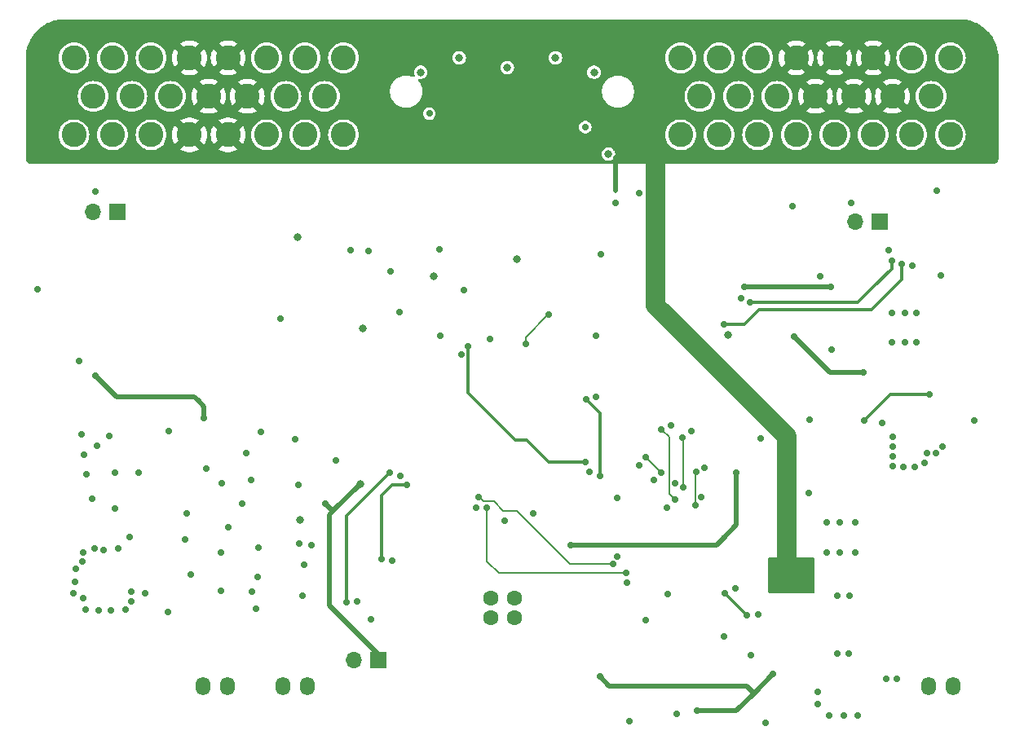
<source format=gbl>
G04 #@! TF.GenerationSoftware,KiCad,Pcbnew,8.0.2*
G04 #@! TF.CreationDate,2025-02-01T15:11:48-07:00*
G04 #@! TF.ProjectId,sdm24logger,73646d32-346c-46f6-9767-65722e6b6963,v3.1*
G04 #@! TF.SameCoordinates,Original*
G04 #@! TF.FileFunction,Copper,L4,Bot*
G04 #@! TF.FilePolarity,Positive*
%FSLAX46Y46*%
G04 Gerber Fmt 4.6, Leading zero omitted, Abs format (unit mm)*
G04 Created by KiCad (PCBNEW 8.0.2) date 2025-02-01 15:11:48*
%MOMM*%
%LPD*%
G01*
G04 APERTURE LIST*
G04 #@! TA.AperFunction,ComponentPad*
%ADD10R,1.700000X1.700000*%
G04 #@! TD*
G04 #@! TA.AperFunction,ComponentPad*
%ADD11O,1.700000X1.700000*%
G04 #@! TD*
G04 #@! TA.AperFunction,ComponentPad*
%ADD12C,2.600000*%
G04 #@! TD*
G04 #@! TA.AperFunction,ComponentPad*
%ADD13O,1.524000X1.924000*%
G04 #@! TD*
G04 #@! TA.AperFunction,ComponentPad*
%ADD14C,1.600000*%
G04 #@! TD*
G04 #@! TA.AperFunction,ViaPad*
%ADD15C,0.800000*%
G04 #@! TD*
G04 #@! TA.AperFunction,ViaPad*
%ADD16C,0.700000*%
G04 #@! TD*
G04 #@! TA.AperFunction,Conductor*
%ADD17C,0.500000*%
G04 #@! TD*
G04 #@! TA.AperFunction,Conductor*
%ADD18C,0.300000*%
G04 #@! TD*
G04 #@! TA.AperFunction,Conductor*
%ADD19C,2.000000*%
G04 #@! TD*
G04 #@! TA.AperFunction,Conductor*
%ADD20C,0.156500*%
G04 #@! TD*
G04 #@! TA.AperFunction,Conductor*
%ADD21C,0.200000*%
G04 #@! TD*
G04 APERTURE END LIST*
D10*
X91475000Y-102000000D03*
D11*
X88935000Y-102000000D03*
D12*
X114999999Y-94000000D03*
X111000000Y-94000000D03*
X107000000Y-94000000D03*
X103000000Y-94000000D03*
X99000001Y-94000000D03*
X95000001Y-94000000D03*
X91000002Y-94000000D03*
X87000002Y-94000000D03*
X113000001Y-90000000D03*
X109000001Y-90000000D03*
X105000001Y-90000000D03*
X101000002Y-90000000D03*
X97000002Y-90000000D03*
X93000003Y-90000000D03*
X89000003Y-90000000D03*
X114999999Y-86000000D03*
X111000000Y-86000000D03*
X107000000Y-86000000D03*
X103000000Y-86000000D03*
X99000001Y-86000000D03*
X95000001Y-86000000D03*
X91000002Y-86000000D03*
X87000002Y-86000000D03*
X177999999Y-94000000D03*
X174000000Y-94000000D03*
X170000000Y-94000000D03*
X166000000Y-94000000D03*
X162000001Y-94000000D03*
X158000001Y-94000000D03*
X154000002Y-94000000D03*
X150000002Y-94000000D03*
X176000001Y-90000000D03*
X172000001Y-90000000D03*
X168000001Y-90000000D03*
X164000002Y-90000000D03*
X160000002Y-90000000D03*
X156000003Y-90000000D03*
X152000003Y-90000000D03*
X177999999Y-86000000D03*
X174000000Y-86000000D03*
X170000000Y-86000000D03*
X166000000Y-86000000D03*
X162000001Y-86000000D03*
X158000001Y-86000000D03*
X154000002Y-86000000D03*
X150000002Y-86000000D03*
D10*
X170640000Y-103000000D03*
D11*
X168100000Y-103000000D03*
D10*
X118575000Y-148600000D03*
D11*
X116035000Y-148600000D03*
D13*
X111270000Y-151270000D03*
X108730000Y-151270000D03*
X102970000Y-151270000D03*
X100430000Y-151270000D03*
D14*
X132760000Y-142160000D03*
X130260000Y-142160000D03*
X130260000Y-144160000D03*
X132760000Y-144160000D03*
D13*
X178270000Y-151270000D03*
X175730000Y-151270000D03*
D15*
X142500000Y-96000000D03*
X123000000Y-87500000D03*
X141000000Y-87500000D03*
X127000000Y-86000000D03*
X137000000Y-86000000D03*
X132000000Y-87000000D03*
D16*
X176500000Y-127100000D03*
D15*
X110470000Y-134000000D03*
D16*
X119900000Y-108200000D03*
X110770000Y-141900000D03*
X165700000Y-116300000D03*
X149600000Y-154200000D03*
X148700000Y-141700000D03*
X111670000Y-136600000D03*
X92370000Y-143300000D03*
X170900000Y-123900000D03*
X149427750Y-130227750D03*
X110000000Y-125600000D03*
X94370000Y-141600000D03*
X171960000Y-112540000D03*
X171600000Y-106000000D03*
X92970000Y-142500000D03*
X155650000Y-141100000D03*
X110300000Y-130400000D03*
X124935000Y-105870000D03*
X168100000Y-137400000D03*
X165200000Y-137400000D03*
X175300000Y-128100000D03*
X90870000Y-143400000D03*
X149000000Y-124200000D03*
X102270000Y-141400000D03*
X165200000Y-134300000D03*
X104870000Y-127100000D03*
X143400000Y-131700000D03*
X166950000Y-154300000D03*
X108400000Y-113100000D03*
X106170000Y-136900000D03*
X87070000Y-140400000D03*
X164250000Y-151900000D03*
X174300000Y-128500000D03*
X172450000Y-150500000D03*
X167450000Y-147900000D03*
X177200000Y-126400000D03*
X92770000Y-135800000D03*
X103000000Y-134800000D03*
X105370000Y-129900000D03*
X87870000Y-138300000D03*
X156300000Y-111000000D03*
X105870000Y-143200000D03*
X110870000Y-138700000D03*
X163300000Y-131200000D03*
X102270000Y-137400000D03*
X106400000Y-124900000D03*
X91270000Y-129100000D03*
X117600000Y-106100000D03*
X127480000Y-110170000D03*
X148600000Y-132700000D03*
X88870000Y-131800000D03*
X140510000Y-128980000D03*
X127200000Y-116800000D03*
X92970000Y-141500000D03*
X87170000Y-139100000D03*
X172000000Y-125400000D03*
X161600000Y-101400000D03*
X89570000Y-143400000D03*
X147200000Y-129860280D03*
X152500000Y-128600000D03*
X105470000Y-141500000D03*
X125000000Y-114900000D03*
X163400000Y-123600000D03*
X144700000Y-154900000D03*
X88070000Y-127200000D03*
X120900000Y-129400000D03*
X174460000Y-115540000D03*
X174460000Y-112540000D03*
X172000000Y-128400000D03*
X166250000Y-147900000D03*
X110370000Y-136500000D03*
X86970000Y-141600000D03*
D15*
X110200000Y-104600000D03*
D16*
X98700000Y-133300000D03*
X96870000Y-124800000D03*
X158300000Y-125500000D03*
X157300000Y-148100000D03*
X98500000Y-136000000D03*
X115700000Y-106000000D03*
X151100000Y-124800000D03*
X180500000Y-123700000D03*
X128800000Y-132700000D03*
X134700000Y-133300000D03*
X96770000Y-143600000D03*
X165450000Y-154300000D03*
X83200000Y-110035000D03*
X168100000Y-134300000D03*
X154500000Y-146100000D03*
X116400000Y-142500000D03*
X166250000Y-141900000D03*
X172000000Y-126400000D03*
X106070000Y-139900000D03*
X87970000Y-142100000D03*
X91270000Y-132800000D03*
X141200000Y-114900000D03*
X87770000Y-125100000D03*
X89200000Y-99900000D03*
X146400000Y-144400000D03*
X114200000Y-127800000D03*
X102370000Y-130200000D03*
D15*
X124400000Y-108700000D03*
D16*
X87500000Y-117535000D03*
X90070000Y-137100000D03*
X130200000Y-115200000D03*
X99100000Y-139700000D03*
D15*
X133000000Y-106900000D03*
D16*
X91570000Y-137000000D03*
X90670000Y-125300000D03*
X175600000Y-127100000D03*
X168350000Y-154300000D03*
X88270000Y-129300000D03*
X176600000Y-99800000D03*
X117800000Y-144300000D03*
X166500000Y-134300000D03*
X87970000Y-137400000D03*
X123900000Y-91800000D03*
X120000000Y-138200000D03*
X167700000Y-101100000D03*
X177000000Y-108600000D03*
D15*
X117000000Y-114100000D03*
D16*
X158050000Y-143840000D03*
X89170000Y-137000000D03*
X164500000Y-108700000D03*
X141725000Y-106400000D03*
X158800000Y-155100000D03*
X172000000Y-127400000D03*
X144400000Y-140500000D03*
X88170000Y-143300000D03*
X145700000Y-128300000D03*
X173100000Y-128500000D03*
X166500000Y-137400000D03*
X171960000Y-115540000D03*
X104470000Y-132300000D03*
X167500000Y-141900000D03*
X140100000Y-93200000D03*
X100770000Y-128700000D03*
X174100000Y-107600000D03*
X143402270Y-137795461D03*
X93670000Y-129100000D03*
X131700000Y-134100000D03*
X171350000Y-150500000D03*
X173260000Y-112540000D03*
X152127750Y-131600000D03*
X173260000Y-115540000D03*
X120800000Y-112400000D03*
X141200000Y-121200000D03*
X164250000Y-153100000D03*
X145700000Y-100035000D03*
D15*
X154900000Y-114800000D03*
D16*
X89370000Y-126300000D03*
X165600000Y-109800000D03*
X156600000Y-109800000D03*
X89200000Y-119000000D03*
X113100000Y-132300000D03*
X151700000Y-153800000D03*
D15*
X116700000Y-130300000D03*
D16*
X141600000Y-150300000D03*
X100500000Y-123400000D03*
X159600000Y-150000000D03*
X140100000Y-128000000D03*
X127900000Y-116000000D03*
X161750000Y-114950000D03*
X169000000Y-118700000D03*
X138600000Y-136600000D03*
X155800000Y-129100000D03*
X161000000Y-139750000D03*
X161000000Y-138750000D03*
X163000000Y-138750000D03*
X160000000Y-140750000D03*
X160000000Y-138750000D03*
X162000000Y-140750000D03*
X163000000Y-139750000D03*
X161000000Y-140750000D03*
X163000000Y-140750000D03*
X160000000Y-139750000D03*
X162000000Y-138750000D03*
X143200000Y-101035000D03*
X162000000Y-139750000D03*
X141600000Y-129400000D03*
X140200000Y-121500000D03*
X156900000Y-143900000D03*
X154600000Y-141600000D03*
X115300000Y-142600000D03*
X119800000Y-129100000D03*
X143000000Y-138600000D03*
X129000000Y-131600000D03*
X144300000Y-139500000D03*
X129900000Y-132700000D03*
X146400000Y-127500000D03*
X148000000Y-129100000D03*
X151600000Y-129000000D03*
X151500000Y-132500000D03*
X149400000Y-131900000D03*
X148000000Y-124600000D03*
X150300000Y-130600000D03*
X150150000Y-125450000D03*
X136300000Y-112700000D03*
X133900000Y-115700000D03*
X118900000Y-138100000D03*
X121600000Y-130400000D03*
X173000000Y-107400000D03*
X154500000Y-113700000D03*
X171900000Y-107100000D03*
X157200000Y-111400000D03*
X169100000Y-123700000D03*
X175800000Y-121000000D03*
D17*
X118575000Y-147975000D02*
X118575000Y-148600000D01*
X155800000Y-153800000D02*
X157600000Y-152000000D01*
X116700000Y-130300000D02*
X113900000Y-133100000D01*
X113500000Y-133500000D02*
X113500000Y-142900000D01*
X113900000Y-133100000D02*
X113100000Y-132300000D01*
X113500000Y-142900000D02*
X118575000Y-147975000D01*
X156900000Y-151300000D02*
X157600000Y-152000000D01*
X97800000Y-121200000D02*
X99500000Y-121200000D01*
X141600000Y-150300000D02*
X142600000Y-151300000D01*
X99500000Y-121200000D02*
X99900000Y-121600000D01*
X151700000Y-153800000D02*
X155800000Y-153800000D01*
X100500000Y-122200000D02*
X100500000Y-123400000D01*
X91400000Y-121200000D02*
X97800000Y-121200000D01*
X89200000Y-119000000D02*
X91400000Y-121200000D01*
X113900000Y-133100000D02*
X113500000Y-133500000D01*
X142600000Y-151300000D02*
X156900000Y-151300000D01*
X99900000Y-121600000D02*
X100500000Y-122200000D01*
X156600000Y-109800000D02*
X165600000Y-109800000D01*
X157600000Y-152000000D02*
X159600000Y-150000000D01*
D18*
X136300000Y-128000000D02*
X140100000Y-128000000D01*
X134000000Y-125700000D02*
X136300000Y-128000000D01*
X132800000Y-125700000D02*
X134000000Y-125700000D01*
X127900000Y-116000000D02*
X127900000Y-120800000D01*
X127900000Y-120800000D02*
X132800000Y-125700000D01*
D17*
X165500000Y-118700000D02*
X169000000Y-118700000D01*
X161750000Y-114950000D02*
X165500000Y-118700000D01*
X155800000Y-134500000D02*
X155800000Y-129100000D01*
X154300000Y-136000000D02*
X154500000Y-135800000D01*
X153700000Y-136600000D02*
X154300000Y-136000000D01*
X138600000Y-136600000D02*
X153700000Y-136600000D01*
X154300000Y-136000000D02*
X155800000Y-134500000D01*
X143200000Y-99800000D02*
X143200000Y-96300000D01*
D19*
X161000000Y-138750000D02*
X161000000Y-125300000D01*
X147400000Y-111700000D02*
X147400000Y-95500000D01*
X161000000Y-125300000D02*
X147400000Y-111700000D01*
D18*
X141600000Y-122900000D02*
X140200000Y-121500000D01*
X141600000Y-129400000D02*
X141600000Y-122900000D01*
X154600000Y-141600000D02*
X156900000Y-143900000D01*
X119800000Y-129100000D02*
X115300000Y-133600000D01*
X115300000Y-133600000D02*
X115300000Y-142600000D01*
D20*
X129500000Y-132100000D02*
X129700000Y-132100000D01*
X138500000Y-138600000D02*
X143000000Y-138600000D01*
X129000000Y-131600000D02*
X129500000Y-132100000D01*
X130588480Y-132100000D02*
X131588480Y-133100000D01*
X133000000Y-133100000D02*
X138500000Y-138600000D01*
X129700000Y-132100000D02*
X130588480Y-132100000D01*
X131588480Y-133100000D02*
X133000000Y-133100000D01*
X131100000Y-139500000D02*
X129900000Y-138300000D01*
X144300000Y-139500000D02*
X131100000Y-139500000D01*
X129900000Y-138300000D02*
X129900000Y-132700000D01*
X148000000Y-129100000D02*
X146400000Y-127500000D01*
X151500000Y-132500000D02*
X151500000Y-129100000D01*
X151500000Y-129100000D02*
X151600000Y-129000000D01*
X148800000Y-125400000D02*
X148000000Y-124600000D01*
X148800000Y-131300000D02*
X148800000Y-125400000D01*
X149400000Y-131900000D02*
X148800000Y-131300000D01*
X150300000Y-130600000D02*
X150300000Y-125600000D01*
X150300000Y-125600000D02*
X150150000Y-125450000D01*
D21*
X136200000Y-112700000D02*
X136300000Y-112700000D01*
X133900000Y-115700000D02*
X133900000Y-115000000D01*
X133900000Y-115000000D02*
X136200000Y-112700000D01*
D18*
X118900000Y-138100000D02*
X118900000Y-131500000D01*
X120000000Y-130400000D02*
X121600000Y-130400000D01*
X118900000Y-131500000D02*
X120000000Y-130400000D01*
X173000000Y-109000000D02*
X173000000Y-107400000D01*
X156600000Y-113700000D02*
X158100000Y-112200000D01*
X154500000Y-113700000D02*
X156600000Y-113700000D01*
X158100000Y-112200000D02*
X169800000Y-112200000D01*
X169800000Y-112200000D02*
X173000000Y-109000000D01*
X168400000Y-111400000D02*
X170000000Y-109800000D01*
X171900000Y-107900000D02*
X171900000Y-107100000D01*
X170000000Y-109800000D02*
X171900000Y-107900000D01*
X157200000Y-111400000D02*
X168400000Y-111400000D01*
X171800000Y-121000000D02*
X175800000Y-121000000D01*
X169100000Y-123700000D02*
X171800000Y-121000000D01*
G04 #@! TA.AperFunction,Conductor*
G36*
X178999962Y-82000008D02*
G01*
X179000062Y-82000009D01*
X179002725Y-82000034D01*
X179003064Y-82000137D01*
X179003066Y-82000038D01*
X179173596Y-82002129D01*
X179176257Y-82002191D01*
X179180495Y-82002334D01*
X179193708Y-82002780D01*
X179198968Y-82003070D01*
X179216517Y-82004418D01*
X179219057Y-82004641D01*
X179561343Y-82038353D01*
X179564330Y-82038685D01*
X179584175Y-82041133D01*
X179590195Y-82042026D01*
X179609886Y-82045443D01*
X179612863Y-82045997D01*
X179946931Y-82112447D01*
X179949824Y-82113059D01*
X179969402Y-82117455D01*
X179975284Y-82118930D01*
X179994541Y-82124259D01*
X179997452Y-82125102D01*
X180323456Y-82223995D01*
X180326286Y-82224892D01*
X180345306Y-82231175D01*
X180350993Y-82233210D01*
X180369642Y-82240404D01*
X180372444Y-82241524D01*
X180687164Y-82371885D01*
X180689910Y-82373062D01*
X180708249Y-82381190D01*
X180713694Y-82383766D01*
X180730130Y-82392040D01*
X180731565Y-82392762D01*
X180734261Y-82394161D01*
X181034680Y-82554738D01*
X181037252Y-82556154D01*
X181054698Y-82566036D01*
X181059897Y-82569153D01*
X181076836Y-82579880D01*
X181079293Y-82581478D01*
X181362548Y-82770743D01*
X181365055Y-82772463D01*
X181381393Y-82783969D01*
X181386264Y-82787581D01*
X181402045Y-82799897D01*
X181404381Y-82801767D01*
X181667698Y-83017865D01*
X181670022Y-83019821D01*
X181685159Y-83032878D01*
X181689631Y-83036931D01*
X181704160Y-83050763D01*
X181706298Y-83052850D01*
X181947149Y-83293701D01*
X181949237Y-83295840D01*
X181963066Y-83310366D01*
X181967132Y-83314852D01*
X181980176Y-83329974D01*
X181982134Y-83332301D01*
X182198232Y-83595618D01*
X182200110Y-83597964D01*
X182212413Y-83613729D01*
X182216030Y-83618606D01*
X182227536Y-83634944D01*
X182229256Y-83637451D01*
X182418507Y-83920686D01*
X182420147Y-83923206D01*
X182430846Y-83940102D01*
X182433969Y-83945313D01*
X182443830Y-83962719D01*
X182445275Y-83965346D01*
X182605838Y-84265738D01*
X182607237Y-84268434D01*
X182616222Y-84286282D01*
X182618817Y-84291768D01*
X182626918Y-84310044D01*
X182628114Y-84312835D01*
X182758466Y-84627533D01*
X182759595Y-84630357D01*
X182766784Y-84648993D01*
X182768836Y-84654727D01*
X182775092Y-84673665D01*
X182776011Y-84676565D01*
X182874893Y-85002535D01*
X182875740Y-85005458D01*
X182881069Y-85024715D01*
X182882548Y-85030616D01*
X182886925Y-85050106D01*
X182887555Y-85053086D01*
X182953999Y-85387123D01*
X182954556Y-85390113D01*
X182957973Y-85409804D01*
X182958866Y-85415824D01*
X182961314Y-85435669D01*
X182961650Y-85438696D01*
X182995353Y-85780887D01*
X182995586Y-85783542D01*
X182996927Y-85800996D01*
X182997220Y-85806314D01*
X182997808Y-85823742D01*
X182997870Y-85826402D01*
X182999962Y-85996933D01*
X182999965Y-85997276D01*
X182999987Y-85999592D01*
X182999992Y-86000392D01*
X182999999Y-86002689D01*
X183000000Y-86003067D01*
X183000000Y-96491874D01*
X182998939Y-96508060D01*
X182985093Y-96613224D01*
X182976715Y-96644491D01*
X182939259Y-96734918D01*
X182923074Y-96762951D01*
X182863491Y-96840601D01*
X182840601Y-96863491D01*
X182762951Y-96923074D01*
X182734918Y-96939259D01*
X182644491Y-96976715D01*
X182613224Y-96985093D01*
X182519398Y-96997446D01*
X182508058Y-96998939D01*
X182491874Y-97000000D01*
X82508126Y-97000000D01*
X82491941Y-96998939D01*
X82478917Y-96997224D01*
X82386775Y-96985093D01*
X82355508Y-96976715D01*
X82265081Y-96939259D01*
X82237048Y-96923074D01*
X82159398Y-96863491D01*
X82136508Y-96840601D01*
X82076925Y-96762951D01*
X82060740Y-96734918D01*
X82023284Y-96644491D01*
X82014906Y-96613223D01*
X82001061Y-96508059D01*
X82000000Y-96491874D01*
X82000000Y-96000000D01*
X141794355Y-96000000D01*
X141814859Y-96168869D01*
X141814860Y-96168874D01*
X141875182Y-96327931D01*
X141937475Y-96418177D01*
X141971817Y-96467929D01*
X142017115Y-96508059D01*
X142099150Y-96580736D01*
X142249773Y-96659789D01*
X142249775Y-96659790D01*
X142414944Y-96700500D01*
X142585056Y-96700500D01*
X142750225Y-96659790D01*
X142838950Y-96613223D01*
X142900849Y-96580736D01*
X142900850Y-96580734D01*
X142900852Y-96580734D01*
X143028183Y-96467929D01*
X143124818Y-96327930D01*
X143185140Y-96168872D01*
X143205645Y-96000000D01*
X143185140Y-95831128D01*
X143173334Y-95799999D01*
X143124817Y-95672068D01*
X143090476Y-95622318D01*
X143028183Y-95532071D01*
X142900852Y-95419266D01*
X142900849Y-95419263D01*
X142750226Y-95340210D01*
X142585056Y-95299500D01*
X142414944Y-95299500D01*
X142249773Y-95340210D01*
X142099150Y-95419263D01*
X141971816Y-95532072D01*
X141875182Y-95672068D01*
X141814860Y-95831125D01*
X141814859Y-95831130D01*
X141794355Y-96000000D01*
X82000000Y-96000000D01*
X82000000Y-94000000D01*
X85394553Y-94000000D01*
X85414319Y-94251151D01*
X85473128Y-94496110D01*
X85569535Y-94728859D01*
X85701162Y-94943653D01*
X85701163Y-94943656D01*
X85756606Y-95008571D01*
X85864778Y-95135224D01*
X86013068Y-95261875D01*
X86056345Y-95298838D01*
X86056348Y-95298839D01*
X86271142Y-95430466D01*
X86498645Y-95524700D01*
X86503891Y-95526873D01*
X86748854Y-95585683D01*
X87000002Y-95605449D01*
X87251150Y-95585683D01*
X87496113Y-95526873D01*
X87728861Y-95430466D01*
X87943661Y-95298836D01*
X88135226Y-95135224D01*
X88298838Y-94943659D01*
X88430468Y-94728859D01*
X88526875Y-94496111D01*
X88585685Y-94251148D01*
X88605451Y-94000000D01*
X89394553Y-94000000D01*
X89414319Y-94251151D01*
X89473128Y-94496110D01*
X89569535Y-94728859D01*
X89701162Y-94943653D01*
X89701163Y-94943656D01*
X89756606Y-95008571D01*
X89864778Y-95135224D01*
X90013068Y-95261875D01*
X90056345Y-95298838D01*
X90056348Y-95298839D01*
X90271142Y-95430466D01*
X90498645Y-95524700D01*
X90503891Y-95526873D01*
X90748854Y-95585683D01*
X91000002Y-95605449D01*
X91251150Y-95585683D01*
X91496113Y-95526873D01*
X91728861Y-95430466D01*
X91943661Y-95298836D01*
X92135226Y-95135224D01*
X92298838Y-94943659D01*
X92430468Y-94728859D01*
X92526875Y-94496111D01*
X92585685Y-94251148D01*
X92605451Y-94000000D01*
X93394552Y-94000000D01*
X93414318Y-94251151D01*
X93473127Y-94496110D01*
X93569534Y-94728859D01*
X93701161Y-94943653D01*
X93701162Y-94943656D01*
X93756605Y-95008571D01*
X93864777Y-95135224D01*
X94013067Y-95261875D01*
X94056344Y-95298838D01*
X94056347Y-95298839D01*
X94271141Y-95430466D01*
X94498644Y-95524700D01*
X94503890Y-95526873D01*
X94748853Y-95585683D01*
X95000001Y-95605449D01*
X95251149Y-95585683D01*
X95496112Y-95526873D01*
X95728860Y-95430466D01*
X95943660Y-95298836D01*
X96135225Y-95135224D01*
X96298837Y-94943659D01*
X96430467Y-94728859D01*
X96526874Y-94496111D01*
X96585684Y-94251148D01*
X96605450Y-94000000D01*
X96605450Y-93999995D01*
X97194954Y-93999995D01*
X97194954Y-94000004D01*
X97215114Y-94269026D01*
X97215114Y-94269028D01*
X97275143Y-94532033D01*
X97275149Y-94532052D01*
X97373710Y-94783181D01*
X97475254Y-94959060D01*
X98163624Y-94270690D01*
X98223434Y-94415084D01*
X98319334Y-94558609D01*
X98441392Y-94680667D01*
X98584917Y-94776567D01*
X98729309Y-94836375D01*
X98040984Y-95524700D01*
X98097477Y-95563216D01*
X98097486Y-95563221D01*
X98340540Y-95680269D01*
X98340538Y-95680269D01*
X98598338Y-95759790D01*
X98598344Y-95759792D01*
X98865102Y-95799999D01*
X98865111Y-95800000D01*
X99134891Y-95800000D01*
X99134899Y-95799999D01*
X99401657Y-95759792D01*
X99401663Y-95759790D01*
X99659462Y-95680269D01*
X99902522Y-95563218D01*
X99959016Y-95524700D01*
X99270692Y-94836375D01*
X99415085Y-94776567D01*
X99558610Y-94680667D01*
X99680668Y-94558609D01*
X99776568Y-94415084D01*
X99836377Y-94270691D01*
X100524746Y-94959060D01*
X100524747Y-94959060D01*
X100626291Y-94783182D01*
X100626294Y-94783175D01*
X100724852Y-94532052D01*
X100724858Y-94532033D01*
X100784887Y-94269028D01*
X100784887Y-94269026D01*
X100805048Y-94000004D01*
X100805048Y-93999995D01*
X101194953Y-93999995D01*
X101194953Y-94000004D01*
X101215113Y-94269026D01*
X101215113Y-94269028D01*
X101275142Y-94532033D01*
X101275148Y-94532052D01*
X101373709Y-94783181D01*
X101475253Y-94959060D01*
X102163623Y-94270690D01*
X102223433Y-94415084D01*
X102319333Y-94558609D01*
X102441391Y-94680667D01*
X102584916Y-94776567D01*
X102729308Y-94836375D01*
X102040983Y-95524700D01*
X102097476Y-95563216D01*
X102097485Y-95563221D01*
X102340539Y-95680269D01*
X102340537Y-95680269D01*
X102598337Y-95759790D01*
X102598343Y-95759792D01*
X102865101Y-95799999D01*
X102865110Y-95800000D01*
X103134890Y-95800000D01*
X103134898Y-95799999D01*
X103401656Y-95759792D01*
X103401662Y-95759790D01*
X103659461Y-95680269D01*
X103902521Y-95563218D01*
X103959015Y-95524700D01*
X103270691Y-94836375D01*
X103415084Y-94776567D01*
X103558609Y-94680667D01*
X103680667Y-94558609D01*
X103776567Y-94415084D01*
X103836376Y-94270691D01*
X104524745Y-94959060D01*
X104524746Y-94959060D01*
X104626290Y-94783182D01*
X104626293Y-94783175D01*
X104724851Y-94532052D01*
X104724857Y-94532033D01*
X104784886Y-94269028D01*
X104784886Y-94269026D01*
X104805047Y-94000004D01*
X104805047Y-94000000D01*
X105394551Y-94000000D01*
X105414317Y-94251151D01*
X105473126Y-94496110D01*
X105569533Y-94728859D01*
X105701160Y-94943653D01*
X105701161Y-94943656D01*
X105756604Y-95008571D01*
X105864776Y-95135224D01*
X106013066Y-95261875D01*
X106056343Y-95298838D01*
X106056346Y-95298839D01*
X106271140Y-95430466D01*
X106498643Y-95524700D01*
X106503889Y-95526873D01*
X106748852Y-95585683D01*
X107000000Y-95605449D01*
X107251148Y-95585683D01*
X107496111Y-95526873D01*
X107728859Y-95430466D01*
X107943659Y-95298836D01*
X108135224Y-95135224D01*
X108298836Y-94943659D01*
X108430466Y-94728859D01*
X108526873Y-94496111D01*
X108585683Y-94251148D01*
X108605449Y-94000000D01*
X109394551Y-94000000D01*
X109414317Y-94251151D01*
X109473126Y-94496110D01*
X109569533Y-94728859D01*
X109701160Y-94943653D01*
X109701161Y-94943656D01*
X109756604Y-95008571D01*
X109864776Y-95135224D01*
X110013066Y-95261875D01*
X110056343Y-95298838D01*
X110056346Y-95298839D01*
X110271140Y-95430466D01*
X110498643Y-95524700D01*
X110503889Y-95526873D01*
X110748852Y-95585683D01*
X111000000Y-95605449D01*
X111251148Y-95585683D01*
X111496111Y-95526873D01*
X111728859Y-95430466D01*
X111943659Y-95298836D01*
X112135224Y-95135224D01*
X112298836Y-94943659D01*
X112430466Y-94728859D01*
X112526873Y-94496111D01*
X112585683Y-94251148D01*
X112605449Y-94000000D01*
X113394550Y-94000000D01*
X113414316Y-94251151D01*
X113473125Y-94496110D01*
X113569532Y-94728859D01*
X113701159Y-94943653D01*
X113701160Y-94943656D01*
X113756603Y-95008571D01*
X113864775Y-95135224D01*
X114013065Y-95261875D01*
X114056342Y-95298838D01*
X114056345Y-95298839D01*
X114271139Y-95430466D01*
X114498642Y-95524700D01*
X114503888Y-95526873D01*
X114748851Y-95585683D01*
X114999999Y-95605449D01*
X115251147Y-95585683D01*
X115496110Y-95526873D01*
X115728858Y-95430466D01*
X115943658Y-95298836D01*
X116135223Y-95135224D01*
X116298835Y-94943659D01*
X116430465Y-94728859D01*
X116526872Y-94496111D01*
X116585682Y-94251148D01*
X116605448Y-94000000D01*
X148394553Y-94000000D01*
X148414319Y-94251151D01*
X148473128Y-94496110D01*
X148569535Y-94728859D01*
X148701162Y-94943653D01*
X148701163Y-94943656D01*
X148756606Y-95008571D01*
X148864778Y-95135224D01*
X149013068Y-95261875D01*
X149056345Y-95298838D01*
X149056348Y-95298839D01*
X149271142Y-95430466D01*
X149498645Y-95524700D01*
X149503891Y-95526873D01*
X149748854Y-95585683D01*
X150000002Y-95605449D01*
X150251150Y-95585683D01*
X150496113Y-95526873D01*
X150728861Y-95430466D01*
X150943661Y-95298836D01*
X151135226Y-95135224D01*
X151298838Y-94943659D01*
X151430468Y-94728859D01*
X151526875Y-94496111D01*
X151585685Y-94251148D01*
X151605451Y-94000000D01*
X152394553Y-94000000D01*
X152414319Y-94251151D01*
X152473128Y-94496110D01*
X152569535Y-94728859D01*
X152701162Y-94943653D01*
X152701163Y-94943656D01*
X152756606Y-95008571D01*
X152864778Y-95135224D01*
X153013068Y-95261875D01*
X153056345Y-95298838D01*
X153056348Y-95298839D01*
X153271142Y-95430466D01*
X153498645Y-95524700D01*
X153503891Y-95526873D01*
X153748854Y-95585683D01*
X154000002Y-95605449D01*
X154251150Y-95585683D01*
X154496113Y-95526873D01*
X154728861Y-95430466D01*
X154943661Y-95298836D01*
X155135226Y-95135224D01*
X155298838Y-94943659D01*
X155430468Y-94728859D01*
X155526875Y-94496111D01*
X155585685Y-94251148D01*
X155605451Y-94000000D01*
X156394552Y-94000000D01*
X156414318Y-94251151D01*
X156473127Y-94496110D01*
X156569534Y-94728859D01*
X156701161Y-94943653D01*
X156701162Y-94943656D01*
X156756605Y-95008571D01*
X156864777Y-95135224D01*
X157013067Y-95261875D01*
X157056344Y-95298838D01*
X157056347Y-95298839D01*
X157271141Y-95430466D01*
X157498644Y-95524700D01*
X157503890Y-95526873D01*
X157748853Y-95585683D01*
X158000001Y-95605449D01*
X158251149Y-95585683D01*
X158496112Y-95526873D01*
X158728860Y-95430466D01*
X158943660Y-95298836D01*
X159135225Y-95135224D01*
X159298837Y-94943659D01*
X159430467Y-94728859D01*
X159526874Y-94496111D01*
X159585684Y-94251148D01*
X159605450Y-94000000D01*
X160394552Y-94000000D01*
X160414318Y-94251151D01*
X160473127Y-94496110D01*
X160569534Y-94728859D01*
X160701161Y-94943653D01*
X160701162Y-94943656D01*
X160756605Y-95008571D01*
X160864777Y-95135224D01*
X161013067Y-95261875D01*
X161056344Y-95298838D01*
X161056347Y-95298839D01*
X161271141Y-95430466D01*
X161498644Y-95524700D01*
X161503890Y-95526873D01*
X161748853Y-95585683D01*
X162000001Y-95605449D01*
X162251149Y-95585683D01*
X162496112Y-95526873D01*
X162728860Y-95430466D01*
X162943660Y-95298836D01*
X163135225Y-95135224D01*
X163298837Y-94943659D01*
X163430467Y-94728859D01*
X163526874Y-94496111D01*
X163585684Y-94251148D01*
X163605450Y-94000000D01*
X164394551Y-94000000D01*
X164414317Y-94251151D01*
X164473126Y-94496110D01*
X164569533Y-94728859D01*
X164701160Y-94943653D01*
X164701161Y-94943656D01*
X164756604Y-95008571D01*
X164864776Y-95135224D01*
X165013066Y-95261875D01*
X165056343Y-95298838D01*
X165056346Y-95298839D01*
X165271140Y-95430466D01*
X165498643Y-95524700D01*
X165503889Y-95526873D01*
X165748852Y-95585683D01*
X166000000Y-95605449D01*
X166251148Y-95585683D01*
X166496111Y-95526873D01*
X166728859Y-95430466D01*
X166943659Y-95298836D01*
X167135224Y-95135224D01*
X167298836Y-94943659D01*
X167430466Y-94728859D01*
X167526873Y-94496111D01*
X167585683Y-94251148D01*
X167605449Y-94000000D01*
X168394551Y-94000000D01*
X168414317Y-94251151D01*
X168473126Y-94496110D01*
X168569533Y-94728859D01*
X168701160Y-94943653D01*
X168701161Y-94943656D01*
X168756604Y-95008571D01*
X168864776Y-95135224D01*
X169013066Y-95261875D01*
X169056343Y-95298838D01*
X169056346Y-95298839D01*
X169271140Y-95430466D01*
X169498643Y-95524700D01*
X169503889Y-95526873D01*
X169748852Y-95585683D01*
X170000000Y-95605449D01*
X170251148Y-95585683D01*
X170496111Y-95526873D01*
X170728859Y-95430466D01*
X170943659Y-95298836D01*
X171135224Y-95135224D01*
X171298836Y-94943659D01*
X171430466Y-94728859D01*
X171526873Y-94496111D01*
X171585683Y-94251148D01*
X171605449Y-94000000D01*
X172394551Y-94000000D01*
X172414317Y-94251151D01*
X172473126Y-94496110D01*
X172569533Y-94728859D01*
X172701160Y-94943653D01*
X172701161Y-94943656D01*
X172756604Y-95008571D01*
X172864776Y-95135224D01*
X173013066Y-95261875D01*
X173056343Y-95298838D01*
X173056346Y-95298839D01*
X173271140Y-95430466D01*
X173498643Y-95524700D01*
X173503889Y-95526873D01*
X173748852Y-95585683D01*
X174000000Y-95605449D01*
X174251148Y-95585683D01*
X174496111Y-95526873D01*
X174728859Y-95430466D01*
X174943659Y-95298836D01*
X175135224Y-95135224D01*
X175298836Y-94943659D01*
X175430466Y-94728859D01*
X175526873Y-94496111D01*
X175585683Y-94251148D01*
X175605449Y-94000000D01*
X176394550Y-94000000D01*
X176414316Y-94251151D01*
X176473125Y-94496110D01*
X176569532Y-94728859D01*
X176701159Y-94943653D01*
X176701160Y-94943656D01*
X176756603Y-95008571D01*
X176864775Y-95135224D01*
X177013065Y-95261875D01*
X177056342Y-95298838D01*
X177056345Y-95298839D01*
X177271139Y-95430466D01*
X177498642Y-95524700D01*
X177503888Y-95526873D01*
X177748851Y-95585683D01*
X177999999Y-95605449D01*
X178251147Y-95585683D01*
X178496110Y-95526873D01*
X178728858Y-95430466D01*
X178943658Y-95298836D01*
X179135223Y-95135224D01*
X179298835Y-94943659D01*
X179430465Y-94728859D01*
X179526872Y-94496111D01*
X179585682Y-94251148D01*
X179605448Y-94000000D01*
X179585682Y-93748852D01*
X179526872Y-93503889D01*
X179498053Y-93434314D01*
X179430465Y-93271140D01*
X179298838Y-93056346D01*
X179298837Y-93056343D01*
X179261874Y-93013066D01*
X179135223Y-92864776D01*
X179008570Y-92756604D01*
X178943655Y-92701161D01*
X178943652Y-92701160D01*
X178728858Y-92569533D01*
X178496109Y-92473126D01*
X178251150Y-92414317D01*
X177999999Y-92394551D01*
X177748847Y-92414317D01*
X177503888Y-92473126D01*
X177271139Y-92569533D01*
X177056345Y-92701160D01*
X177056342Y-92701161D01*
X176864775Y-92864776D01*
X176701160Y-93056343D01*
X176701159Y-93056346D01*
X176569532Y-93271140D01*
X176473125Y-93503889D01*
X176414316Y-93748848D01*
X176394550Y-94000000D01*
X175605449Y-94000000D01*
X175585683Y-93748852D01*
X175526873Y-93503889D01*
X175498054Y-93434314D01*
X175430466Y-93271140D01*
X175298839Y-93056346D01*
X175298838Y-93056343D01*
X175261875Y-93013066D01*
X175135224Y-92864776D01*
X175008571Y-92756604D01*
X174943656Y-92701161D01*
X174943653Y-92701160D01*
X174728859Y-92569533D01*
X174496110Y-92473126D01*
X174251151Y-92414317D01*
X174000000Y-92394551D01*
X173748848Y-92414317D01*
X173503889Y-92473126D01*
X173271140Y-92569533D01*
X173056346Y-92701160D01*
X173056343Y-92701161D01*
X172864776Y-92864776D01*
X172701161Y-93056343D01*
X172701160Y-93056346D01*
X172569533Y-93271140D01*
X172473126Y-93503889D01*
X172414317Y-93748848D01*
X172394551Y-94000000D01*
X171605449Y-94000000D01*
X171585683Y-93748852D01*
X171526873Y-93503889D01*
X171498054Y-93434314D01*
X171430466Y-93271140D01*
X171298839Y-93056346D01*
X171298838Y-93056343D01*
X171261875Y-93013066D01*
X171135224Y-92864776D01*
X171008571Y-92756604D01*
X170943656Y-92701161D01*
X170943653Y-92701160D01*
X170728859Y-92569533D01*
X170496110Y-92473126D01*
X170251151Y-92414317D01*
X170000000Y-92394551D01*
X169748848Y-92414317D01*
X169503889Y-92473126D01*
X169271140Y-92569533D01*
X169056346Y-92701160D01*
X169056343Y-92701161D01*
X168864776Y-92864776D01*
X168701161Y-93056343D01*
X168701160Y-93056346D01*
X168569533Y-93271140D01*
X168473126Y-93503889D01*
X168414317Y-93748848D01*
X168394551Y-94000000D01*
X167605449Y-94000000D01*
X167585683Y-93748852D01*
X167526873Y-93503889D01*
X167498054Y-93434314D01*
X167430466Y-93271140D01*
X167298839Y-93056346D01*
X167298838Y-93056343D01*
X167261875Y-93013066D01*
X167135224Y-92864776D01*
X167008571Y-92756604D01*
X166943656Y-92701161D01*
X166943653Y-92701160D01*
X166728859Y-92569533D01*
X166496110Y-92473126D01*
X166251151Y-92414317D01*
X166000000Y-92394551D01*
X165748848Y-92414317D01*
X165503889Y-92473126D01*
X165271140Y-92569533D01*
X165056346Y-92701160D01*
X165056343Y-92701161D01*
X164864776Y-92864776D01*
X164701161Y-93056343D01*
X164701160Y-93056346D01*
X164569533Y-93271140D01*
X164473126Y-93503889D01*
X164414317Y-93748848D01*
X164394551Y-94000000D01*
X163605450Y-94000000D01*
X163585684Y-93748852D01*
X163526874Y-93503889D01*
X163498055Y-93434314D01*
X163430467Y-93271140D01*
X163298840Y-93056346D01*
X163298839Y-93056343D01*
X163261876Y-93013066D01*
X163135225Y-92864776D01*
X163008572Y-92756604D01*
X162943657Y-92701161D01*
X162943654Y-92701160D01*
X162728860Y-92569533D01*
X162496111Y-92473126D01*
X162251152Y-92414317D01*
X162000001Y-92394551D01*
X161748849Y-92414317D01*
X161503890Y-92473126D01*
X161271141Y-92569533D01*
X161056347Y-92701160D01*
X161056344Y-92701161D01*
X160864777Y-92864776D01*
X160701162Y-93056343D01*
X160701161Y-93056346D01*
X160569534Y-93271140D01*
X160473127Y-93503889D01*
X160414318Y-93748848D01*
X160394552Y-94000000D01*
X159605450Y-94000000D01*
X159585684Y-93748852D01*
X159526874Y-93503889D01*
X159498055Y-93434314D01*
X159430467Y-93271140D01*
X159298840Y-93056346D01*
X159298839Y-93056343D01*
X159261876Y-93013066D01*
X159135225Y-92864776D01*
X159008572Y-92756604D01*
X158943657Y-92701161D01*
X158943654Y-92701160D01*
X158728860Y-92569533D01*
X158496111Y-92473126D01*
X158251152Y-92414317D01*
X158000001Y-92394551D01*
X157748849Y-92414317D01*
X157503890Y-92473126D01*
X157271141Y-92569533D01*
X157056347Y-92701160D01*
X157056344Y-92701161D01*
X156864777Y-92864776D01*
X156701162Y-93056343D01*
X156701161Y-93056346D01*
X156569534Y-93271140D01*
X156473127Y-93503889D01*
X156414318Y-93748848D01*
X156394552Y-94000000D01*
X155605451Y-94000000D01*
X155585685Y-93748852D01*
X155526875Y-93503889D01*
X155498056Y-93434314D01*
X155430468Y-93271140D01*
X155298841Y-93056346D01*
X155298840Y-93056343D01*
X155261877Y-93013066D01*
X155135226Y-92864776D01*
X155008573Y-92756604D01*
X154943658Y-92701161D01*
X154943655Y-92701160D01*
X154728861Y-92569533D01*
X154496112Y-92473126D01*
X154251153Y-92414317D01*
X154000002Y-92394551D01*
X153748850Y-92414317D01*
X153503891Y-92473126D01*
X153271142Y-92569533D01*
X153056348Y-92701160D01*
X153056345Y-92701161D01*
X152864778Y-92864776D01*
X152701163Y-93056343D01*
X152701162Y-93056346D01*
X152569535Y-93271140D01*
X152473128Y-93503889D01*
X152414319Y-93748848D01*
X152394553Y-94000000D01*
X151605451Y-94000000D01*
X151585685Y-93748852D01*
X151526875Y-93503889D01*
X151498056Y-93434314D01*
X151430468Y-93271140D01*
X151298841Y-93056346D01*
X151298840Y-93056343D01*
X151261877Y-93013066D01*
X151135226Y-92864776D01*
X151008573Y-92756604D01*
X150943658Y-92701161D01*
X150943655Y-92701160D01*
X150728861Y-92569533D01*
X150496112Y-92473126D01*
X150251153Y-92414317D01*
X150000002Y-92394551D01*
X149748850Y-92414317D01*
X149503891Y-92473126D01*
X149271142Y-92569533D01*
X149056348Y-92701160D01*
X149056345Y-92701161D01*
X148864778Y-92864776D01*
X148701163Y-93056343D01*
X148701162Y-93056346D01*
X148569535Y-93271140D01*
X148473128Y-93503889D01*
X148414319Y-93748848D01*
X148394553Y-94000000D01*
X116605448Y-94000000D01*
X116585682Y-93748852D01*
X116526872Y-93503889D01*
X116498053Y-93434314D01*
X116430465Y-93271140D01*
X116386869Y-93199999D01*
X139444722Y-93199999D01*
X139444722Y-93200000D01*
X139463762Y-93356818D01*
X139505916Y-93467966D01*
X139519780Y-93504523D01*
X139609517Y-93634530D01*
X139727760Y-93739283D01*
X139727762Y-93739284D01*
X139867634Y-93812696D01*
X140021014Y-93850500D01*
X140021015Y-93850500D01*
X140178985Y-93850500D01*
X140332365Y-93812696D01*
X140472240Y-93739283D01*
X140590483Y-93634530D01*
X140680220Y-93504523D01*
X140736237Y-93356818D01*
X140755278Y-93200000D01*
X140737836Y-93056346D01*
X140736237Y-93043181D01*
X140714992Y-92987164D01*
X140680220Y-92895477D01*
X140590483Y-92765470D01*
X140472240Y-92660717D01*
X140472238Y-92660716D01*
X140472237Y-92660715D01*
X140332365Y-92587303D01*
X140178986Y-92549500D01*
X140178985Y-92549500D01*
X140021015Y-92549500D01*
X140021014Y-92549500D01*
X139867634Y-92587303D01*
X139727762Y-92660715D01*
X139609516Y-92765471D01*
X139519781Y-92895475D01*
X139519780Y-92895476D01*
X139463762Y-93043181D01*
X139444722Y-93199999D01*
X116386869Y-93199999D01*
X116298838Y-93056346D01*
X116298837Y-93056343D01*
X116261874Y-93013066D01*
X116135223Y-92864776D01*
X116008570Y-92756604D01*
X115943655Y-92701161D01*
X115943652Y-92701160D01*
X115728858Y-92569533D01*
X115496109Y-92473126D01*
X115251150Y-92414317D01*
X114999999Y-92394551D01*
X114748847Y-92414317D01*
X114503888Y-92473126D01*
X114271139Y-92569533D01*
X114056345Y-92701160D01*
X114056342Y-92701161D01*
X113864775Y-92864776D01*
X113701160Y-93056343D01*
X113701159Y-93056346D01*
X113569532Y-93271140D01*
X113473125Y-93503889D01*
X113414316Y-93748848D01*
X113394550Y-94000000D01*
X112605449Y-94000000D01*
X112585683Y-93748852D01*
X112526873Y-93503889D01*
X112498054Y-93434314D01*
X112430466Y-93271140D01*
X112298839Y-93056346D01*
X112298838Y-93056343D01*
X112261875Y-93013066D01*
X112135224Y-92864776D01*
X112008571Y-92756604D01*
X111943656Y-92701161D01*
X111943653Y-92701160D01*
X111728859Y-92569533D01*
X111496110Y-92473126D01*
X111251151Y-92414317D01*
X111000000Y-92394551D01*
X110748848Y-92414317D01*
X110503889Y-92473126D01*
X110271140Y-92569533D01*
X110056346Y-92701160D01*
X110056343Y-92701161D01*
X109864776Y-92864776D01*
X109701161Y-93056343D01*
X109701160Y-93056346D01*
X109569533Y-93271140D01*
X109473126Y-93503889D01*
X109414317Y-93748848D01*
X109394551Y-94000000D01*
X108605449Y-94000000D01*
X108585683Y-93748852D01*
X108526873Y-93503889D01*
X108498054Y-93434314D01*
X108430466Y-93271140D01*
X108298839Y-93056346D01*
X108298838Y-93056343D01*
X108261875Y-93013066D01*
X108135224Y-92864776D01*
X108008571Y-92756604D01*
X107943656Y-92701161D01*
X107943653Y-92701160D01*
X107728859Y-92569533D01*
X107496110Y-92473126D01*
X107251151Y-92414317D01*
X107000000Y-92394551D01*
X106748848Y-92414317D01*
X106503889Y-92473126D01*
X106271140Y-92569533D01*
X106056346Y-92701160D01*
X106056343Y-92701161D01*
X105864776Y-92864776D01*
X105701161Y-93056343D01*
X105701160Y-93056346D01*
X105569533Y-93271140D01*
X105473126Y-93503889D01*
X105414317Y-93748848D01*
X105394551Y-94000000D01*
X104805047Y-94000000D01*
X104805047Y-93999995D01*
X104784886Y-93730973D01*
X104784886Y-93730971D01*
X104724857Y-93467966D01*
X104724851Y-93467947D01*
X104626290Y-93216818D01*
X104626291Y-93216818D01*
X104524745Y-93040938D01*
X103836375Y-93729308D01*
X103776567Y-93584916D01*
X103680667Y-93441391D01*
X103558609Y-93319333D01*
X103415084Y-93223433D01*
X103270690Y-93163623D01*
X103959015Y-92475298D01*
X103902524Y-92436783D01*
X103902516Y-92436778D01*
X103659460Y-92319730D01*
X103659462Y-92319730D01*
X103401662Y-92240209D01*
X103401656Y-92240207D01*
X103134898Y-92200000D01*
X102865101Y-92200000D01*
X102598343Y-92240207D01*
X102598337Y-92240209D01*
X102340541Y-92319729D01*
X102097478Y-92436782D01*
X102097463Y-92436791D01*
X102040984Y-92475297D01*
X102040984Y-92475298D01*
X102729309Y-93163623D01*
X102584916Y-93223433D01*
X102441391Y-93319333D01*
X102319333Y-93441391D01*
X102223433Y-93584916D01*
X102163623Y-93729309D01*
X101475253Y-93040939D01*
X101373709Y-93216818D01*
X101275148Y-93467947D01*
X101275142Y-93467966D01*
X101215113Y-93730971D01*
X101215113Y-93730973D01*
X101194953Y-93999995D01*
X100805048Y-93999995D01*
X100784887Y-93730973D01*
X100784887Y-93730971D01*
X100724858Y-93467966D01*
X100724852Y-93467947D01*
X100626291Y-93216818D01*
X100626292Y-93216818D01*
X100524746Y-93040938D01*
X99836376Y-93729308D01*
X99776568Y-93584916D01*
X99680668Y-93441391D01*
X99558610Y-93319333D01*
X99415085Y-93223433D01*
X99270691Y-93163623D01*
X99959016Y-92475298D01*
X99902525Y-92436783D01*
X99902517Y-92436778D01*
X99659461Y-92319730D01*
X99659463Y-92319730D01*
X99401663Y-92240209D01*
X99401657Y-92240207D01*
X99134899Y-92200000D01*
X98865102Y-92200000D01*
X98598344Y-92240207D01*
X98598338Y-92240209D01*
X98340542Y-92319729D01*
X98097479Y-92436782D01*
X98097464Y-92436791D01*
X98040985Y-92475297D01*
X98040985Y-92475298D01*
X98729310Y-93163623D01*
X98584917Y-93223433D01*
X98441392Y-93319333D01*
X98319334Y-93441391D01*
X98223434Y-93584916D01*
X98163624Y-93729309D01*
X97475254Y-93040939D01*
X97373710Y-93216818D01*
X97275149Y-93467947D01*
X97275143Y-93467966D01*
X97215114Y-93730971D01*
X97215114Y-93730973D01*
X97194954Y-93999995D01*
X96605450Y-93999995D01*
X96585684Y-93748852D01*
X96526874Y-93503889D01*
X96498055Y-93434314D01*
X96430467Y-93271140D01*
X96298840Y-93056346D01*
X96298839Y-93056343D01*
X96261876Y-93013066D01*
X96135225Y-92864776D01*
X96008572Y-92756604D01*
X95943657Y-92701161D01*
X95943654Y-92701160D01*
X95728860Y-92569533D01*
X95496111Y-92473126D01*
X95251152Y-92414317D01*
X95000001Y-92394551D01*
X94748849Y-92414317D01*
X94503890Y-92473126D01*
X94271141Y-92569533D01*
X94056347Y-92701160D01*
X94056344Y-92701161D01*
X93864777Y-92864776D01*
X93701162Y-93056343D01*
X93701161Y-93056346D01*
X93569534Y-93271140D01*
X93473127Y-93503889D01*
X93414318Y-93748848D01*
X93394552Y-94000000D01*
X92605451Y-94000000D01*
X92585685Y-93748852D01*
X92526875Y-93503889D01*
X92498056Y-93434314D01*
X92430468Y-93271140D01*
X92298841Y-93056346D01*
X92298840Y-93056343D01*
X92261877Y-93013066D01*
X92135226Y-92864776D01*
X92008573Y-92756604D01*
X91943658Y-92701161D01*
X91943655Y-92701160D01*
X91728861Y-92569533D01*
X91496112Y-92473126D01*
X91251153Y-92414317D01*
X91000002Y-92394551D01*
X90748850Y-92414317D01*
X90503891Y-92473126D01*
X90271142Y-92569533D01*
X90056348Y-92701160D01*
X90056345Y-92701161D01*
X89864778Y-92864776D01*
X89701163Y-93056343D01*
X89701162Y-93056346D01*
X89569535Y-93271140D01*
X89473128Y-93503889D01*
X89414319Y-93748848D01*
X89394553Y-94000000D01*
X88605451Y-94000000D01*
X88585685Y-93748852D01*
X88526875Y-93503889D01*
X88498056Y-93434314D01*
X88430468Y-93271140D01*
X88298841Y-93056346D01*
X88298840Y-93056343D01*
X88261877Y-93013066D01*
X88135226Y-92864776D01*
X88008573Y-92756604D01*
X87943658Y-92701161D01*
X87943655Y-92701160D01*
X87728861Y-92569533D01*
X87496112Y-92473126D01*
X87251153Y-92414317D01*
X87000002Y-92394551D01*
X86748850Y-92414317D01*
X86503891Y-92473126D01*
X86271142Y-92569533D01*
X86056348Y-92701160D01*
X86056345Y-92701161D01*
X85864778Y-92864776D01*
X85701163Y-93056343D01*
X85701162Y-93056346D01*
X85569535Y-93271140D01*
X85473128Y-93503889D01*
X85414319Y-93748848D01*
X85394553Y-94000000D01*
X82000000Y-94000000D01*
X82000000Y-90000000D01*
X87394554Y-90000000D01*
X87414320Y-90251151D01*
X87473129Y-90496110D01*
X87569536Y-90728859D01*
X87701163Y-90943653D01*
X87701164Y-90943656D01*
X87752455Y-91003710D01*
X87864779Y-91135224D01*
X88011710Y-91260715D01*
X88056346Y-91298838D01*
X88056349Y-91298839D01*
X88271143Y-91430466D01*
X88428095Y-91495477D01*
X88503892Y-91526873D01*
X88748855Y-91585683D01*
X89000003Y-91605449D01*
X89251151Y-91585683D01*
X89496114Y-91526873D01*
X89728862Y-91430466D01*
X89943662Y-91298836D01*
X90135227Y-91135224D01*
X90298839Y-90943659D01*
X90430469Y-90728859D01*
X90526876Y-90496111D01*
X90585686Y-90251148D01*
X90605452Y-90000000D01*
X91394554Y-90000000D01*
X91414320Y-90251151D01*
X91473129Y-90496110D01*
X91569536Y-90728859D01*
X91701163Y-90943653D01*
X91701164Y-90943656D01*
X91752455Y-91003710D01*
X91864779Y-91135224D01*
X92011710Y-91260715D01*
X92056346Y-91298838D01*
X92056349Y-91298839D01*
X92271143Y-91430466D01*
X92428095Y-91495477D01*
X92503892Y-91526873D01*
X92748855Y-91585683D01*
X93000003Y-91605449D01*
X93251151Y-91585683D01*
X93496114Y-91526873D01*
X93728862Y-91430466D01*
X93943662Y-91298836D01*
X94135227Y-91135224D01*
X94298839Y-90943659D01*
X94430469Y-90728859D01*
X94526876Y-90496111D01*
X94585686Y-90251148D01*
X94605452Y-90000000D01*
X95394553Y-90000000D01*
X95414319Y-90251151D01*
X95473128Y-90496110D01*
X95569535Y-90728859D01*
X95701162Y-90943653D01*
X95701163Y-90943656D01*
X95752454Y-91003710D01*
X95864778Y-91135224D01*
X96011709Y-91260715D01*
X96056345Y-91298838D01*
X96056348Y-91298839D01*
X96271142Y-91430466D01*
X96428094Y-91495477D01*
X96503891Y-91526873D01*
X96748854Y-91585683D01*
X97000002Y-91605449D01*
X97251150Y-91585683D01*
X97496113Y-91526873D01*
X97728861Y-91430466D01*
X97943661Y-91298836D01*
X98135226Y-91135224D01*
X98298838Y-90943659D01*
X98430468Y-90728859D01*
X98526875Y-90496111D01*
X98585685Y-90251148D01*
X98605451Y-90000000D01*
X98605451Y-89999995D01*
X99194955Y-89999995D01*
X99194955Y-90000004D01*
X99215115Y-90269026D01*
X99215115Y-90269028D01*
X99275144Y-90532033D01*
X99275150Y-90532052D01*
X99373711Y-90783181D01*
X99475255Y-90959060D01*
X100163625Y-90270690D01*
X100223435Y-90415084D01*
X100319335Y-90558609D01*
X100441393Y-90680667D01*
X100584918Y-90776567D01*
X100729310Y-90836375D01*
X100040985Y-91524700D01*
X100097478Y-91563216D01*
X100097487Y-91563221D01*
X100340541Y-91680269D01*
X100340539Y-91680269D01*
X100598339Y-91759790D01*
X100598345Y-91759792D01*
X100865103Y-91799999D01*
X100865112Y-91800000D01*
X101134892Y-91800000D01*
X101134900Y-91799999D01*
X101401658Y-91759792D01*
X101401664Y-91759790D01*
X101659463Y-91680269D01*
X101902523Y-91563218D01*
X101959017Y-91524700D01*
X101270693Y-90836375D01*
X101415086Y-90776567D01*
X101558611Y-90680667D01*
X101680669Y-90558609D01*
X101776569Y-90415084D01*
X101836378Y-90270691D01*
X102524747Y-90959060D01*
X102524748Y-90959060D01*
X102626292Y-90783182D01*
X102626295Y-90783175D01*
X102724853Y-90532052D01*
X102724859Y-90532033D01*
X102784888Y-90269028D01*
X102784888Y-90269026D01*
X102805049Y-90000004D01*
X102805049Y-89999995D01*
X103194954Y-89999995D01*
X103194954Y-90000004D01*
X103215114Y-90269026D01*
X103215114Y-90269028D01*
X103275143Y-90532033D01*
X103275149Y-90532052D01*
X103373710Y-90783181D01*
X103475254Y-90959060D01*
X104163624Y-90270690D01*
X104223434Y-90415084D01*
X104319334Y-90558609D01*
X104441392Y-90680667D01*
X104584917Y-90776567D01*
X104729309Y-90836375D01*
X104040984Y-91524700D01*
X104097477Y-91563216D01*
X104097486Y-91563221D01*
X104340540Y-91680269D01*
X104340538Y-91680269D01*
X104598338Y-91759790D01*
X104598344Y-91759792D01*
X104865102Y-91799999D01*
X104865111Y-91800000D01*
X105134891Y-91800000D01*
X105134899Y-91799999D01*
X123244722Y-91799999D01*
X123244722Y-91800000D01*
X123263762Y-91956818D01*
X123319780Y-92104523D01*
X123409517Y-92234530D01*
X123527760Y-92339283D01*
X123527762Y-92339284D01*
X123667634Y-92412696D01*
X123821014Y-92450500D01*
X123821015Y-92450500D01*
X123978985Y-92450500D01*
X124132365Y-92412696D01*
X124166937Y-92394551D01*
X124272240Y-92339283D01*
X124390483Y-92234530D01*
X124480220Y-92104523D01*
X124536237Y-91956818D01*
X124555278Y-91800000D01*
X124536237Y-91643182D01*
X124521926Y-91605448D01*
X124505910Y-91563216D01*
X124480220Y-91495477D01*
X124390483Y-91365470D01*
X124272240Y-91260717D01*
X124272238Y-91260716D01*
X124272237Y-91260715D01*
X124132365Y-91187303D01*
X123978986Y-91149500D01*
X123978985Y-91149500D01*
X123821015Y-91149500D01*
X123821014Y-91149500D01*
X123667634Y-91187303D01*
X123527762Y-91260715D01*
X123409516Y-91365471D01*
X123319781Y-91495475D01*
X123319780Y-91495476D01*
X123263762Y-91643181D01*
X123244722Y-91799999D01*
X105134899Y-91799999D01*
X105401657Y-91759792D01*
X105401663Y-91759790D01*
X105659462Y-91680269D01*
X105902522Y-91563218D01*
X105959016Y-91524700D01*
X105270692Y-90836375D01*
X105415085Y-90776567D01*
X105558610Y-90680667D01*
X105680668Y-90558609D01*
X105776568Y-90415084D01*
X105836377Y-90270691D01*
X106524746Y-90959060D01*
X106524747Y-90959060D01*
X106626291Y-90783182D01*
X106626294Y-90783175D01*
X106724852Y-90532052D01*
X106724858Y-90532033D01*
X106784887Y-90269028D01*
X106784887Y-90269026D01*
X106805048Y-90000004D01*
X106805048Y-90000000D01*
X107394552Y-90000000D01*
X107414318Y-90251151D01*
X107473127Y-90496110D01*
X107569534Y-90728859D01*
X107701161Y-90943653D01*
X107701162Y-90943656D01*
X107752453Y-91003710D01*
X107864777Y-91135224D01*
X108011708Y-91260715D01*
X108056344Y-91298838D01*
X108056347Y-91298839D01*
X108271141Y-91430466D01*
X108428093Y-91495477D01*
X108503890Y-91526873D01*
X108748853Y-91585683D01*
X109000001Y-91605449D01*
X109251149Y-91585683D01*
X109496112Y-91526873D01*
X109728860Y-91430466D01*
X109943660Y-91298836D01*
X110135225Y-91135224D01*
X110298837Y-90943659D01*
X110430467Y-90728859D01*
X110526874Y-90496111D01*
X110585684Y-90251148D01*
X110605450Y-90000000D01*
X111394552Y-90000000D01*
X111414318Y-90251151D01*
X111473127Y-90496110D01*
X111569534Y-90728859D01*
X111701161Y-90943653D01*
X111701162Y-90943656D01*
X111752453Y-91003710D01*
X111864777Y-91135224D01*
X112011708Y-91260715D01*
X112056344Y-91298838D01*
X112056347Y-91298839D01*
X112271141Y-91430466D01*
X112428093Y-91495477D01*
X112503890Y-91526873D01*
X112748853Y-91585683D01*
X113000001Y-91605449D01*
X113251149Y-91585683D01*
X113496112Y-91526873D01*
X113728860Y-91430466D01*
X113943660Y-91298836D01*
X114135225Y-91135224D01*
X114298837Y-90943659D01*
X114430467Y-90728859D01*
X114526874Y-90496111D01*
X114585684Y-90251148D01*
X114605450Y-90000000D01*
X114585684Y-89748852D01*
X114526874Y-89503889D01*
X114479890Y-89390459D01*
X119827099Y-89390459D01*
X119827099Y-89609770D01*
X119855722Y-89827179D01*
X119912481Y-90039005D01*
X119996399Y-90241600D01*
X119996403Y-90241610D01*
X120106048Y-90431521D01*
X120239546Y-90605499D01*
X120239552Y-90605506D01*
X120394607Y-90760561D01*
X120394614Y-90760567D01*
X120568592Y-90894065D01*
X120758503Y-91003710D01*
X120758504Y-91003710D01*
X120758507Y-91003712D01*
X120961109Y-91087633D01*
X121172932Y-91144391D01*
X121390351Y-91173015D01*
X121390358Y-91173015D01*
X121609640Y-91173015D01*
X121609647Y-91173015D01*
X121827066Y-91144391D01*
X122038889Y-91087633D01*
X122241491Y-91003712D01*
X122431406Y-90894065D01*
X122605385Y-90760566D01*
X122760450Y-90605501D01*
X122893949Y-90431522D01*
X123003596Y-90241607D01*
X123087517Y-90039005D01*
X123144275Y-89827182D01*
X123172899Y-89609763D01*
X123172899Y-89390467D01*
X123172898Y-89390459D01*
X141827105Y-89390459D01*
X141827105Y-89609770D01*
X141855728Y-89827179D01*
X141912487Y-90039005D01*
X141996405Y-90241600D01*
X141996409Y-90241610D01*
X142106054Y-90431521D01*
X142239552Y-90605499D01*
X142239558Y-90605506D01*
X142394613Y-90760561D01*
X142394620Y-90760567D01*
X142568598Y-90894065D01*
X142758509Y-91003710D01*
X142758510Y-91003710D01*
X142758513Y-91003712D01*
X142961115Y-91087633D01*
X143172938Y-91144391D01*
X143390357Y-91173015D01*
X143390364Y-91173015D01*
X143609646Y-91173015D01*
X143609653Y-91173015D01*
X143827072Y-91144391D01*
X144038895Y-91087633D01*
X144241497Y-91003712D01*
X144431412Y-90894065D01*
X144605391Y-90760566D01*
X144760456Y-90605501D01*
X144893955Y-90431522D01*
X145003602Y-90241607D01*
X145087523Y-90039005D01*
X145097974Y-90000000D01*
X150394554Y-90000000D01*
X150414320Y-90251151D01*
X150473129Y-90496110D01*
X150569536Y-90728859D01*
X150701163Y-90943653D01*
X150701164Y-90943656D01*
X150752455Y-91003710D01*
X150864779Y-91135224D01*
X151011710Y-91260715D01*
X151056346Y-91298838D01*
X151056349Y-91298839D01*
X151271143Y-91430466D01*
X151428095Y-91495477D01*
X151503892Y-91526873D01*
X151748855Y-91585683D01*
X152000003Y-91605449D01*
X152251151Y-91585683D01*
X152496114Y-91526873D01*
X152728862Y-91430466D01*
X152943662Y-91298836D01*
X153135227Y-91135224D01*
X153298839Y-90943659D01*
X153430469Y-90728859D01*
X153526876Y-90496111D01*
X153585686Y-90251148D01*
X153605452Y-90000000D01*
X154394554Y-90000000D01*
X154414320Y-90251151D01*
X154473129Y-90496110D01*
X154569536Y-90728859D01*
X154701163Y-90943653D01*
X154701164Y-90943656D01*
X154752455Y-91003710D01*
X154864779Y-91135224D01*
X155011710Y-91260715D01*
X155056346Y-91298838D01*
X155056349Y-91298839D01*
X155271143Y-91430466D01*
X155428095Y-91495477D01*
X155503892Y-91526873D01*
X155748855Y-91585683D01*
X156000003Y-91605449D01*
X156251151Y-91585683D01*
X156496114Y-91526873D01*
X156728862Y-91430466D01*
X156943662Y-91298836D01*
X157135227Y-91135224D01*
X157298839Y-90943659D01*
X157430469Y-90728859D01*
X157526876Y-90496111D01*
X157585686Y-90251148D01*
X157605452Y-90000000D01*
X158394553Y-90000000D01*
X158414319Y-90251151D01*
X158473128Y-90496110D01*
X158569535Y-90728859D01*
X158701162Y-90943653D01*
X158701163Y-90943656D01*
X158752454Y-91003710D01*
X158864778Y-91135224D01*
X159011709Y-91260715D01*
X159056345Y-91298838D01*
X159056348Y-91298839D01*
X159271142Y-91430466D01*
X159428094Y-91495477D01*
X159503891Y-91526873D01*
X159748854Y-91585683D01*
X160000002Y-91605449D01*
X160251150Y-91585683D01*
X160496113Y-91526873D01*
X160728861Y-91430466D01*
X160943661Y-91298836D01*
X161135226Y-91135224D01*
X161298838Y-90943659D01*
X161430468Y-90728859D01*
X161526875Y-90496111D01*
X161585685Y-90251148D01*
X161605451Y-90000000D01*
X161605451Y-89999995D01*
X162194955Y-89999995D01*
X162194955Y-90000004D01*
X162215115Y-90269026D01*
X162215115Y-90269028D01*
X162275144Y-90532033D01*
X162275150Y-90532052D01*
X162373711Y-90783181D01*
X162475255Y-90959060D01*
X163163625Y-90270690D01*
X163223435Y-90415084D01*
X163319335Y-90558609D01*
X163441393Y-90680667D01*
X163584918Y-90776567D01*
X163729310Y-90836375D01*
X163040985Y-91524700D01*
X163097478Y-91563216D01*
X163097487Y-91563221D01*
X163340541Y-91680269D01*
X163340539Y-91680269D01*
X163598339Y-91759790D01*
X163598345Y-91759792D01*
X163865103Y-91799999D01*
X163865112Y-91800000D01*
X164134892Y-91800000D01*
X164134900Y-91799999D01*
X164401658Y-91759792D01*
X164401664Y-91759790D01*
X164659463Y-91680269D01*
X164902523Y-91563218D01*
X164959017Y-91524700D01*
X164270693Y-90836375D01*
X164415086Y-90776567D01*
X164558611Y-90680667D01*
X164680669Y-90558609D01*
X164776569Y-90415084D01*
X164836378Y-90270691D01*
X165524747Y-90959060D01*
X165524748Y-90959060D01*
X165626292Y-90783182D01*
X165626295Y-90783175D01*
X165724853Y-90532052D01*
X165724859Y-90532033D01*
X165784888Y-90269028D01*
X165784888Y-90269026D01*
X165805049Y-90000004D01*
X165805049Y-89999995D01*
X166194954Y-89999995D01*
X166194954Y-90000004D01*
X166215114Y-90269026D01*
X166215114Y-90269028D01*
X166275143Y-90532033D01*
X166275149Y-90532052D01*
X166373710Y-90783181D01*
X166475254Y-90959060D01*
X167163624Y-90270690D01*
X167223434Y-90415084D01*
X167319334Y-90558609D01*
X167441392Y-90680667D01*
X167584917Y-90776567D01*
X167729309Y-90836375D01*
X167040984Y-91524700D01*
X167097477Y-91563216D01*
X167097486Y-91563221D01*
X167340540Y-91680269D01*
X167340538Y-91680269D01*
X167598338Y-91759790D01*
X167598344Y-91759792D01*
X167865102Y-91799999D01*
X167865111Y-91800000D01*
X168134891Y-91800000D01*
X168134899Y-91799999D01*
X168401657Y-91759792D01*
X168401663Y-91759790D01*
X168659462Y-91680269D01*
X168902522Y-91563218D01*
X168959016Y-91524700D01*
X168270692Y-90836375D01*
X168415085Y-90776567D01*
X168558610Y-90680667D01*
X168680668Y-90558609D01*
X168776568Y-90415084D01*
X168836377Y-90270691D01*
X169524746Y-90959060D01*
X169524747Y-90959060D01*
X169626291Y-90783182D01*
X169626294Y-90783175D01*
X169724852Y-90532052D01*
X169724858Y-90532033D01*
X169784887Y-90269028D01*
X169784887Y-90269026D01*
X169805048Y-90000004D01*
X169805048Y-89999995D01*
X170194954Y-89999995D01*
X170194954Y-90000004D01*
X170215114Y-90269026D01*
X170215114Y-90269028D01*
X170275143Y-90532033D01*
X170275149Y-90532052D01*
X170373710Y-90783181D01*
X170475254Y-90959060D01*
X171163624Y-90270690D01*
X171223434Y-90415084D01*
X171319334Y-90558609D01*
X171441392Y-90680667D01*
X171584917Y-90776567D01*
X171729309Y-90836375D01*
X171040984Y-91524700D01*
X171097477Y-91563216D01*
X171097486Y-91563221D01*
X171340540Y-91680269D01*
X171340538Y-91680269D01*
X171598338Y-91759790D01*
X171598344Y-91759792D01*
X171865102Y-91799999D01*
X171865111Y-91800000D01*
X172134891Y-91800000D01*
X172134899Y-91799999D01*
X172401657Y-91759792D01*
X172401663Y-91759790D01*
X172659462Y-91680269D01*
X172902522Y-91563218D01*
X172959016Y-91524700D01*
X172270692Y-90836375D01*
X172415085Y-90776567D01*
X172558610Y-90680667D01*
X172680668Y-90558609D01*
X172776568Y-90415084D01*
X172836377Y-90270691D01*
X173524746Y-90959060D01*
X173524747Y-90959060D01*
X173626291Y-90783182D01*
X173626294Y-90783175D01*
X173724852Y-90532052D01*
X173724858Y-90532033D01*
X173784887Y-90269028D01*
X173784887Y-90269026D01*
X173805048Y-90000004D01*
X173805048Y-90000000D01*
X174394552Y-90000000D01*
X174414318Y-90251151D01*
X174473127Y-90496110D01*
X174569534Y-90728859D01*
X174701161Y-90943653D01*
X174701162Y-90943656D01*
X174752453Y-91003710D01*
X174864777Y-91135224D01*
X175011708Y-91260715D01*
X175056344Y-91298838D01*
X175056347Y-91298839D01*
X175271141Y-91430466D01*
X175428093Y-91495477D01*
X175503890Y-91526873D01*
X175748853Y-91585683D01*
X176000001Y-91605449D01*
X176251149Y-91585683D01*
X176496112Y-91526873D01*
X176728860Y-91430466D01*
X176943660Y-91298836D01*
X177135225Y-91135224D01*
X177298837Y-90943659D01*
X177430467Y-90728859D01*
X177526874Y-90496111D01*
X177585684Y-90251148D01*
X177605450Y-90000000D01*
X177585684Y-89748852D01*
X177526874Y-89503889D01*
X177430467Y-89271141D01*
X177430467Y-89271140D01*
X177298840Y-89056346D01*
X177298839Y-89056343D01*
X177217599Y-88961224D01*
X177135225Y-88864776D01*
X177008572Y-88756604D01*
X176943657Y-88701161D01*
X176943654Y-88701160D01*
X176728860Y-88569533D01*
X176496111Y-88473126D01*
X176251152Y-88414317D01*
X176000001Y-88394551D01*
X175748849Y-88414317D01*
X175503890Y-88473126D01*
X175271141Y-88569533D01*
X175056347Y-88701160D01*
X175056344Y-88701161D01*
X174864777Y-88864776D01*
X174701162Y-89056343D01*
X174701161Y-89056346D01*
X174569534Y-89271140D01*
X174473127Y-89503889D01*
X174414318Y-89748848D01*
X174394552Y-90000000D01*
X173805048Y-90000000D01*
X173805048Y-89999995D01*
X173784887Y-89730973D01*
X173784887Y-89730971D01*
X173724858Y-89467966D01*
X173724852Y-89467947D01*
X173626291Y-89216818D01*
X173626292Y-89216818D01*
X173524746Y-89040938D01*
X172836376Y-89729308D01*
X172776568Y-89584916D01*
X172680668Y-89441391D01*
X172558610Y-89319333D01*
X172415085Y-89223433D01*
X172270691Y-89163623D01*
X172959016Y-88475298D01*
X172902525Y-88436783D01*
X172902517Y-88436778D01*
X172659461Y-88319730D01*
X172659463Y-88319730D01*
X172401663Y-88240209D01*
X172401657Y-88240207D01*
X172134899Y-88200000D01*
X171865102Y-88200000D01*
X171598344Y-88240207D01*
X171598338Y-88240209D01*
X171340542Y-88319729D01*
X171097479Y-88436782D01*
X171097464Y-88436791D01*
X171040985Y-88475297D01*
X171040985Y-88475298D01*
X171729310Y-89163623D01*
X171584917Y-89223433D01*
X171441392Y-89319333D01*
X171319334Y-89441391D01*
X171223434Y-89584916D01*
X171163624Y-89729309D01*
X170475254Y-89040939D01*
X170373710Y-89216818D01*
X170275149Y-89467947D01*
X170275143Y-89467966D01*
X170215114Y-89730971D01*
X170215114Y-89730973D01*
X170194954Y-89999995D01*
X169805048Y-89999995D01*
X169784887Y-89730973D01*
X169784887Y-89730971D01*
X169724858Y-89467966D01*
X169724852Y-89467947D01*
X169626291Y-89216818D01*
X169626292Y-89216818D01*
X169524746Y-89040938D01*
X168836376Y-89729308D01*
X168776568Y-89584916D01*
X168680668Y-89441391D01*
X168558610Y-89319333D01*
X168415085Y-89223433D01*
X168270691Y-89163623D01*
X168959016Y-88475298D01*
X168902525Y-88436783D01*
X168902517Y-88436778D01*
X168659461Y-88319730D01*
X168659463Y-88319730D01*
X168401663Y-88240209D01*
X168401657Y-88240207D01*
X168134899Y-88200000D01*
X167865102Y-88200000D01*
X167598344Y-88240207D01*
X167598338Y-88240209D01*
X167340542Y-88319729D01*
X167097479Y-88436782D01*
X167097464Y-88436791D01*
X167040985Y-88475297D01*
X167040985Y-88475298D01*
X167729310Y-89163623D01*
X167584917Y-89223433D01*
X167441392Y-89319333D01*
X167319334Y-89441391D01*
X167223434Y-89584916D01*
X167163624Y-89729309D01*
X166475254Y-89040939D01*
X166373710Y-89216818D01*
X166275149Y-89467947D01*
X166275143Y-89467966D01*
X166215114Y-89730971D01*
X166215114Y-89730973D01*
X166194954Y-89999995D01*
X165805049Y-89999995D01*
X165784888Y-89730973D01*
X165784888Y-89730971D01*
X165724859Y-89467966D01*
X165724853Y-89467947D01*
X165626292Y-89216818D01*
X165626293Y-89216818D01*
X165524747Y-89040938D01*
X164836377Y-89729308D01*
X164776569Y-89584916D01*
X164680669Y-89441391D01*
X164558611Y-89319333D01*
X164415086Y-89223433D01*
X164270692Y-89163623D01*
X164959017Y-88475298D01*
X164902526Y-88436783D01*
X164902518Y-88436778D01*
X164659462Y-88319730D01*
X164659464Y-88319730D01*
X164401664Y-88240209D01*
X164401658Y-88240207D01*
X164134900Y-88200000D01*
X163865103Y-88200000D01*
X163598345Y-88240207D01*
X163598339Y-88240209D01*
X163340543Y-88319729D01*
X163097480Y-88436782D01*
X163097465Y-88436791D01*
X163040986Y-88475297D01*
X163040986Y-88475298D01*
X163729311Y-89163623D01*
X163584918Y-89223433D01*
X163441393Y-89319333D01*
X163319335Y-89441391D01*
X163223435Y-89584916D01*
X163163625Y-89729309D01*
X162475255Y-89040939D01*
X162373711Y-89216818D01*
X162275150Y-89467947D01*
X162275144Y-89467966D01*
X162215115Y-89730971D01*
X162215115Y-89730973D01*
X162194955Y-89999995D01*
X161605451Y-89999995D01*
X161585685Y-89748852D01*
X161526875Y-89503889D01*
X161430468Y-89271141D01*
X161430468Y-89271140D01*
X161298841Y-89056346D01*
X161298840Y-89056343D01*
X161217600Y-88961224D01*
X161135226Y-88864776D01*
X161008573Y-88756604D01*
X160943658Y-88701161D01*
X160943655Y-88701160D01*
X160728861Y-88569533D01*
X160496112Y-88473126D01*
X160251153Y-88414317D01*
X160000002Y-88394551D01*
X159748850Y-88414317D01*
X159503891Y-88473126D01*
X159271142Y-88569533D01*
X159056348Y-88701160D01*
X159056345Y-88701161D01*
X158864778Y-88864776D01*
X158701163Y-89056343D01*
X158701162Y-89056346D01*
X158569535Y-89271140D01*
X158473128Y-89503889D01*
X158414319Y-89748848D01*
X158394553Y-90000000D01*
X157605452Y-90000000D01*
X157585686Y-89748852D01*
X157526876Y-89503889D01*
X157430469Y-89271141D01*
X157430469Y-89271140D01*
X157298842Y-89056346D01*
X157298841Y-89056343D01*
X157217601Y-88961224D01*
X157135227Y-88864776D01*
X157008574Y-88756604D01*
X156943659Y-88701161D01*
X156943656Y-88701160D01*
X156728862Y-88569533D01*
X156496113Y-88473126D01*
X156251154Y-88414317D01*
X156000003Y-88394551D01*
X155748851Y-88414317D01*
X155503892Y-88473126D01*
X155271143Y-88569533D01*
X155056349Y-88701160D01*
X155056346Y-88701161D01*
X154864779Y-88864776D01*
X154701164Y-89056343D01*
X154701163Y-89056346D01*
X154569536Y-89271140D01*
X154473129Y-89503889D01*
X154414320Y-89748848D01*
X154394554Y-90000000D01*
X153605452Y-90000000D01*
X153585686Y-89748852D01*
X153526876Y-89503889D01*
X153430469Y-89271141D01*
X153430469Y-89271140D01*
X153298842Y-89056346D01*
X153298841Y-89056343D01*
X153217601Y-88961224D01*
X153135227Y-88864776D01*
X153008574Y-88756604D01*
X152943659Y-88701161D01*
X152943656Y-88701160D01*
X152728862Y-88569533D01*
X152496113Y-88473126D01*
X152251154Y-88414317D01*
X152000003Y-88394551D01*
X151748851Y-88414317D01*
X151503892Y-88473126D01*
X151271143Y-88569533D01*
X151056349Y-88701160D01*
X151056346Y-88701161D01*
X150864779Y-88864776D01*
X150701164Y-89056343D01*
X150701163Y-89056346D01*
X150569536Y-89271140D01*
X150473129Y-89503889D01*
X150414320Y-89748848D01*
X150394554Y-90000000D01*
X145097974Y-90000000D01*
X145144281Y-89827182D01*
X145172905Y-89609763D01*
X145172905Y-89390467D01*
X145144281Y-89173048D01*
X145087523Y-88961225D01*
X145003602Y-88758623D01*
X144970426Y-88701161D01*
X144893955Y-88568708D01*
X144760457Y-88394730D01*
X144760451Y-88394723D01*
X144605396Y-88239668D01*
X144605389Y-88239662D01*
X144431411Y-88106164D01*
X144241500Y-87996519D01*
X144241490Y-87996515D01*
X144038895Y-87912597D01*
X143827069Y-87855838D01*
X143609660Y-87827215D01*
X143609653Y-87827215D01*
X143390357Y-87827215D01*
X143390349Y-87827215D01*
X143172940Y-87855838D01*
X142961114Y-87912597D01*
X142758519Y-87996515D01*
X142758509Y-87996519D01*
X142568598Y-88106164D01*
X142394620Y-88239662D01*
X142394613Y-88239668D01*
X142239558Y-88394723D01*
X142239552Y-88394730D01*
X142106054Y-88568708D01*
X141996409Y-88758619D01*
X141996405Y-88758629D01*
X141912487Y-88961224D01*
X141855728Y-89173050D01*
X141827105Y-89390459D01*
X123172898Y-89390459D01*
X123144275Y-89173048D01*
X123087517Y-88961225D01*
X123003596Y-88758623D01*
X122970420Y-88701161D01*
X122893949Y-88568708D01*
X122757979Y-88391508D01*
X122758756Y-88390911D01*
X122731206Y-88331537D01*
X122740732Y-88262320D01*
X122786167Y-88209240D01*
X122853086Y-88189151D01*
X122883507Y-88192751D01*
X122914944Y-88200500D01*
X123085056Y-88200500D01*
X123250225Y-88159790D01*
X123352400Y-88106164D01*
X123400849Y-88080736D01*
X123400850Y-88080734D01*
X123400852Y-88080734D01*
X123528183Y-87967929D01*
X123624818Y-87827930D01*
X123685140Y-87668872D01*
X123705645Y-87500000D01*
X123685140Y-87331128D01*
X123624818Y-87172070D01*
X123622608Y-87168869D01*
X123590476Y-87122318D01*
X123528183Y-87032071D01*
X123491982Y-87000000D01*
X131294355Y-87000000D01*
X131314859Y-87168869D01*
X131314860Y-87168874D01*
X131375182Y-87327931D01*
X131437475Y-87418177D01*
X131471817Y-87467929D01*
X131577505Y-87561560D01*
X131599150Y-87580736D01*
X131749773Y-87659789D01*
X131749775Y-87659790D01*
X131914944Y-87700500D01*
X132085056Y-87700500D01*
X132250225Y-87659790D01*
X132391423Y-87585683D01*
X132400849Y-87580736D01*
X132400850Y-87580734D01*
X132400852Y-87580734D01*
X132491982Y-87500000D01*
X140294355Y-87500000D01*
X140314859Y-87668869D01*
X140314860Y-87668874D01*
X140375182Y-87827931D01*
X140394446Y-87855839D01*
X140471817Y-87967929D01*
X140504089Y-87996519D01*
X140599150Y-88080736D01*
X140749773Y-88159789D01*
X140749775Y-88159790D01*
X140914944Y-88200500D01*
X141085056Y-88200500D01*
X141250225Y-88159790D01*
X141352400Y-88106164D01*
X141400849Y-88080736D01*
X141400850Y-88080734D01*
X141400852Y-88080734D01*
X141528183Y-87967929D01*
X141624818Y-87827930D01*
X141685140Y-87668872D01*
X141705645Y-87500000D01*
X141685140Y-87331128D01*
X141624818Y-87172070D01*
X141622608Y-87168869D01*
X141590476Y-87122318D01*
X141528183Y-87032071D01*
X141400852Y-86919266D01*
X141400849Y-86919263D01*
X141250226Y-86840210D01*
X141085056Y-86799500D01*
X140914944Y-86799500D01*
X140749773Y-86840210D01*
X140599150Y-86919263D01*
X140471816Y-87032072D01*
X140375182Y-87172068D01*
X140314860Y-87331125D01*
X140314859Y-87331130D01*
X140294355Y-87500000D01*
X132491982Y-87500000D01*
X132528183Y-87467929D01*
X132624818Y-87327930D01*
X132685140Y-87168872D01*
X132705645Y-87000000D01*
X132685140Y-86831128D01*
X132624818Y-86672070D01*
X132528183Y-86532071D01*
X132400852Y-86419266D01*
X132400849Y-86419263D01*
X132250226Y-86340210D01*
X132085056Y-86299500D01*
X131914944Y-86299500D01*
X131749773Y-86340210D01*
X131599150Y-86419263D01*
X131482638Y-86522484D01*
X131471839Y-86532052D01*
X131471816Y-86532072D01*
X131375182Y-86672068D01*
X131314860Y-86831125D01*
X131314859Y-86831130D01*
X131294355Y-87000000D01*
X123491982Y-87000000D01*
X123400852Y-86919266D01*
X123400849Y-86919263D01*
X123250226Y-86840210D01*
X123085056Y-86799500D01*
X122914944Y-86799500D01*
X122749773Y-86840210D01*
X122599150Y-86919263D01*
X122471816Y-87032072D01*
X122375182Y-87172068D01*
X122314860Y-87331125D01*
X122314859Y-87331130D01*
X122294355Y-87500000D01*
X122314859Y-87668869D01*
X122314861Y-87668877D01*
X122374170Y-87825264D01*
X122379537Y-87894927D01*
X122346389Y-87956433D01*
X122285250Y-87990254D01*
X122215532Y-87985652D01*
X122210775Y-87983795D01*
X122038889Y-87912597D01*
X121827063Y-87855838D01*
X121609654Y-87827215D01*
X121609647Y-87827215D01*
X121390351Y-87827215D01*
X121390343Y-87827215D01*
X121172934Y-87855838D01*
X120961108Y-87912597D01*
X120758513Y-87996515D01*
X120758503Y-87996519D01*
X120568592Y-88106164D01*
X120394614Y-88239662D01*
X120394607Y-88239668D01*
X120239552Y-88394723D01*
X120239546Y-88394730D01*
X120106048Y-88568708D01*
X119996403Y-88758619D01*
X119996399Y-88758629D01*
X119912481Y-88961224D01*
X119855722Y-89173050D01*
X119827099Y-89390459D01*
X114479890Y-89390459D01*
X114430467Y-89271141D01*
X114430467Y-89271140D01*
X114298840Y-89056346D01*
X114298839Y-89056343D01*
X114217599Y-88961224D01*
X114135225Y-88864776D01*
X114008572Y-88756604D01*
X113943657Y-88701161D01*
X113943654Y-88701160D01*
X113728860Y-88569533D01*
X113496111Y-88473126D01*
X113251152Y-88414317D01*
X113000001Y-88394551D01*
X112748849Y-88414317D01*
X112503890Y-88473126D01*
X112271141Y-88569533D01*
X112056347Y-88701160D01*
X112056344Y-88701161D01*
X111864777Y-88864776D01*
X111701162Y-89056343D01*
X111701161Y-89056346D01*
X111569534Y-89271140D01*
X111473127Y-89503889D01*
X111414318Y-89748848D01*
X111394552Y-90000000D01*
X110605450Y-90000000D01*
X110585684Y-89748852D01*
X110526874Y-89503889D01*
X110430467Y-89271141D01*
X110430467Y-89271140D01*
X110298840Y-89056346D01*
X110298839Y-89056343D01*
X110217599Y-88961224D01*
X110135225Y-88864776D01*
X110008572Y-88756604D01*
X109943657Y-88701161D01*
X109943654Y-88701160D01*
X109728860Y-88569533D01*
X109496111Y-88473126D01*
X109251152Y-88414317D01*
X109000001Y-88394551D01*
X108748849Y-88414317D01*
X108503890Y-88473126D01*
X108271141Y-88569533D01*
X108056347Y-88701160D01*
X108056344Y-88701161D01*
X107864777Y-88864776D01*
X107701162Y-89056343D01*
X107701161Y-89056346D01*
X107569534Y-89271140D01*
X107473127Y-89503889D01*
X107414318Y-89748848D01*
X107394552Y-90000000D01*
X106805048Y-90000000D01*
X106805048Y-89999995D01*
X106784887Y-89730973D01*
X106784887Y-89730971D01*
X106724858Y-89467966D01*
X106724852Y-89467947D01*
X106626291Y-89216818D01*
X106626292Y-89216818D01*
X106524746Y-89040938D01*
X105836376Y-89729308D01*
X105776568Y-89584916D01*
X105680668Y-89441391D01*
X105558610Y-89319333D01*
X105415085Y-89223433D01*
X105270691Y-89163623D01*
X105959016Y-88475298D01*
X105902525Y-88436783D01*
X105902517Y-88436778D01*
X105659461Y-88319730D01*
X105659463Y-88319730D01*
X105401663Y-88240209D01*
X105401657Y-88240207D01*
X105134899Y-88200000D01*
X104865102Y-88200000D01*
X104598344Y-88240207D01*
X104598338Y-88240209D01*
X104340542Y-88319729D01*
X104097479Y-88436782D01*
X104097464Y-88436791D01*
X104040985Y-88475297D01*
X104040985Y-88475298D01*
X104729310Y-89163623D01*
X104584917Y-89223433D01*
X104441392Y-89319333D01*
X104319334Y-89441391D01*
X104223434Y-89584916D01*
X104163624Y-89729309D01*
X103475254Y-89040939D01*
X103373710Y-89216818D01*
X103275149Y-89467947D01*
X103275143Y-89467966D01*
X103215114Y-89730971D01*
X103215114Y-89730973D01*
X103194954Y-89999995D01*
X102805049Y-89999995D01*
X102784888Y-89730973D01*
X102784888Y-89730971D01*
X102724859Y-89467966D01*
X102724853Y-89467947D01*
X102626292Y-89216818D01*
X102626293Y-89216818D01*
X102524747Y-89040938D01*
X101836377Y-89729308D01*
X101776569Y-89584916D01*
X101680669Y-89441391D01*
X101558611Y-89319333D01*
X101415086Y-89223433D01*
X101270692Y-89163623D01*
X101959017Y-88475298D01*
X101902526Y-88436783D01*
X101902518Y-88436778D01*
X101659462Y-88319730D01*
X101659464Y-88319730D01*
X101401664Y-88240209D01*
X101401658Y-88240207D01*
X101134900Y-88200000D01*
X100865103Y-88200000D01*
X100598345Y-88240207D01*
X100598339Y-88240209D01*
X100340543Y-88319729D01*
X100097480Y-88436782D01*
X100097465Y-88436791D01*
X100040986Y-88475297D01*
X100040986Y-88475298D01*
X100729311Y-89163623D01*
X100584918Y-89223433D01*
X100441393Y-89319333D01*
X100319335Y-89441391D01*
X100223435Y-89584916D01*
X100163625Y-89729309D01*
X99475255Y-89040939D01*
X99373711Y-89216818D01*
X99275150Y-89467947D01*
X99275144Y-89467966D01*
X99215115Y-89730971D01*
X99215115Y-89730973D01*
X99194955Y-89999995D01*
X98605451Y-89999995D01*
X98585685Y-89748852D01*
X98526875Y-89503889D01*
X98430468Y-89271141D01*
X98430468Y-89271140D01*
X98298841Y-89056346D01*
X98298840Y-89056343D01*
X98217600Y-88961224D01*
X98135226Y-88864776D01*
X98008573Y-88756604D01*
X97943658Y-88701161D01*
X97943655Y-88701160D01*
X97728861Y-88569533D01*
X97496112Y-88473126D01*
X97251153Y-88414317D01*
X97000002Y-88394551D01*
X96748850Y-88414317D01*
X96503891Y-88473126D01*
X96271142Y-88569533D01*
X96056348Y-88701160D01*
X96056345Y-88701161D01*
X95864778Y-88864776D01*
X95701163Y-89056343D01*
X95701162Y-89056346D01*
X95569535Y-89271140D01*
X95473128Y-89503889D01*
X95414319Y-89748848D01*
X95394553Y-90000000D01*
X94605452Y-90000000D01*
X94585686Y-89748852D01*
X94526876Y-89503889D01*
X94430469Y-89271141D01*
X94430469Y-89271140D01*
X94298842Y-89056346D01*
X94298841Y-89056343D01*
X94217601Y-88961224D01*
X94135227Y-88864776D01*
X94008574Y-88756604D01*
X93943659Y-88701161D01*
X93943656Y-88701160D01*
X93728862Y-88569533D01*
X93496113Y-88473126D01*
X93251154Y-88414317D01*
X93000003Y-88394551D01*
X92748851Y-88414317D01*
X92503892Y-88473126D01*
X92271143Y-88569533D01*
X92056349Y-88701160D01*
X92056346Y-88701161D01*
X91864779Y-88864776D01*
X91701164Y-89056343D01*
X91701163Y-89056346D01*
X91569536Y-89271140D01*
X91473129Y-89503889D01*
X91414320Y-89748848D01*
X91394554Y-90000000D01*
X90605452Y-90000000D01*
X90585686Y-89748852D01*
X90526876Y-89503889D01*
X90430469Y-89271141D01*
X90430469Y-89271140D01*
X90298842Y-89056346D01*
X90298841Y-89056343D01*
X90217601Y-88961224D01*
X90135227Y-88864776D01*
X90008574Y-88756604D01*
X89943659Y-88701161D01*
X89943656Y-88701160D01*
X89728862Y-88569533D01*
X89496113Y-88473126D01*
X89251154Y-88414317D01*
X89000003Y-88394551D01*
X88748851Y-88414317D01*
X88503892Y-88473126D01*
X88271143Y-88569533D01*
X88056349Y-88701160D01*
X88056346Y-88701161D01*
X87864779Y-88864776D01*
X87701164Y-89056343D01*
X87701163Y-89056346D01*
X87569536Y-89271140D01*
X87473129Y-89503889D01*
X87414320Y-89748848D01*
X87394554Y-90000000D01*
X82000000Y-90000000D01*
X82000000Y-86003067D01*
X82000009Y-86000000D01*
X85394553Y-86000000D01*
X85414319Y-86251151D01*
X85473128Y-86496110D01*
X85569535Y-86728859D01*
X85701162Y-86943653D01*
X85701163Y-86943656D01*
X85749286Y-87000000D01*
X85864778Y-87135224D01*
X86013068Y-87261875D01*
X86056345Y-87298838D01*
X86056348Y-87298839D01*
X86271142Y-87430466D01*
X86498645Y-87524700D01*
X86503891Y-87526873D01*
X86748854Y-87585683D01*
X87000002Y-87605449D01*
X87251150Y-87585683D01*
X87496113Y-87526873D01*
X87728861Y-87430466D01*
X87943661Y-87298836D01*
X88135226Y-87135224D01*
X88298838Y-86943659D01*
X88430468Y-86728859D01*
X88526875Y-86496111D01*
X88585685Y-86251148D01*
X88605451Y-86000000D01*
X89394553Y-86000000D01*
X89414319Y-86251151D01*
X89473128Y-86496110D01*
X89569535Y-86728859D01*
X89701162Y-86943653D01*
X89701163Y-86943656D01*
X89749286Y-87000000D01*
X89864778Y-87135224D01*
X90013068Y-87261875D01*
X90056345Y-87298838D01*
X90056348Y-87298839D01*
X90271142Y-87430466D01*
X90498645Y-87524700D01*
X90503891Y-87526873D01*
X90748854Y-87585683D01*
X91000002Y-87605449D01*
X91251150Y-87585683D01*
X91496113Y-87526873D01*
X91728861Y-87430466D01*
X91943661Y-87298836D01*
X92135226Y-87135224D01*
X92298838Y-86943659D01*
X92430468Y-86728859D01*
X92526875Y-86496111D01*
X92585685Y-86251148D01*
X92605451Y-86000000D01*
X93394552Y-86000000D01*
X93414318Y-86251151D01*
X93473127Y-86496110D01*
X93569534Y-86728859D01*
X93701161Y-86943653D01*
X93701162Y-86943656D01*
X93749285Y-87000000D01*
X93864777Y-87135224D01*
X94013067Y-87261875D01*
X94056344Y-87298838D01*
X94056347Y-87298839D01*
X94271141Y-87430466D01*
X94498644Y-87524700D01*
X94503890Y-87526873D01*
X94748853Y-87585683D01*
X95000001Y-87605449D01*
X95251149Y-87585683D01*
X95496112Y-87526873D01*
X95728860Y-87430466D01*
X95943660Y-87298836D01*
X96135225Y-87135224D01*
X96298837Y-86943659D01*
X96430467Y-86728859D01*
X96526874Y-86496111D01*
X96585684Y-86251148D01*
X96605450Y-86000000D01*
X96605450Y-85999995D01*
X97194954Y-85999995D01*
X97194954Y-86000004D01*
X97215114Y-86269026D01*
X97215114Y-86269028D01*
X97275143Y-86532033D01*
X97275149Y-86532052D01*
X97373710Y-86783181D01*
X97475254Y-86959060D01*
X98163624Y-86270690D01*
X98223434Y-86415084D01*
X98319334Y-86558609D01*
X98441392Y-86680667D01*
X98584917Y-86776567D01*
X98729309Y-86836375D01*
X98040984Y-87524700D01*
X98097477Y-87563216D01*
X98097486Y-87563221D01*
X98340540Y-87680269D01*
X98340538Y-87680269D01*
X98598338Y-87759790D01*
X98598344Y-87759792D01*
X98865102Y-87799999D01*
X98865111Y-87800000D01*
X99134891Y-87800000D01*
X99134899Y-87799999D01*
X99401657Y-87759792D01*
X99401663Y-87759790D01*
X99659462Y-87680269D01*
X99902522Y-87563218D01*
X99959016Y-87524700D01*
X99270692Y-86836375D01*
X99415085Y-86776567D01*
X99558610Y-86680667D01*
X99680668Y-86558609D01*
X99776568Y-86415084D01*
X99836377Y-86270691D01*
X100524746Y-86959060D01*
X100524747Y-86959060D01*
X100626291Y-86783182D01*
X100626294Y-86783175D01*
X100724852Y-86532052D01*
X100724858Y-86532033D01*
X100784887Y-86269028D01*
X100784887Y-86269026D01*
X100805048Y-86000004D01*
X100805048Y-85999995D01*
X101194953Y-85999995D01*
X101194953Y-86000004D01*
X101215113Y-86269026D01*
X101215113Y-86269028D01*
X101275142Y-86532033D01*
X101275148Y-86532052D01*
X101373709Y-86783181D01*
X101475253Y-86959060D01*
X102163623Y-86270690D01*
X102223433Y-86415084D01*
X102319333Y-86558609D01*
X102441391Y-86680667D01*
X102584916Y-86776567D01*
X102729308Y-86836375D01*
X102040983Y-87524700D01*
X102097476Y-87563216D01*
X102097485Y-87563221D01*
X102340539Y-87680269D01*
X102340537Y-87680269D01*
X102598337Y-87759790D01*
X102598343Y-87759792D01*
X102865101Y-87799999D01*
X102865110Y-87800000D01*
X103134890Y-87800000D01*
X103134898Y-87799999D01*
X103401656Y-87759792D01*
X103401662Y-87759790D01*
X103659461Y-87680269D01*
X103902521Y-87563218D01*
X103959015Y-87524700D01*
X103270691Y-86836375D01*
X103415084Y-86776567D01*
X103558609Y-86680667D01*
X103680667Y-86558609D01*
X103776567Y-86415084D01*
X103836376Y-86270691D01*
X104524745Y-86959060D01*
X104524746Y-86959060D01*
X104626290Y-86783182D01*
X104626293Y-86783175D01*
X104724851Y-86532052D01*
X104724857Y-86532033D01*
X104784886Y-86269028D01*
X104784886Y-86269026D01*
X104805047Y-86000004D01*
X104805047Y-86000000D01*
X105394551Y-86000000D01*
X105414317Y-86251151D01*
X105473126Y-86496110D01*
X105569533Y-86728859D01*
X105701160Y-86943653D01*
X105701161Y-86943656D01*
X105749284Y-87000000D01*
X105864776Y-87135224D01*
X106013066Y-87261875D01*
X106056343Y-87298838D01*
X106056346Y-87298839D01*
X106271140Y-87430466D01*
X106498643Y-87524700D01*
X106503889Y-87526873D01*
X106748852Y-87585683D01*
X107000000Y-87605449D01*
X107251148Y-87585683D01*
X107496111Y-87526873D01*
X107728859Y-87430466D01*
X107943659Y-87298836D01*
X108135224Y-87135224D01*
X108298836Y-86943659D01*
X108430466Y-86728859D01*
X108526873Y-86496111D01*
X108585683Y-86251148D01*
X108605449Y-86000000D01*
X109394551Y-86000000D01*
X109414317Y-86251151D01*
X109473126Y-86496110D01*
X109569533Y-86728859D01*
X109701160Y-86943653D01*
X109701161Y-86943656D01*
X109749284Y-87000000D01*
X109864776Y-87135224D01*
X110013066Y-87261875D01*
X110056343Y-87298838D01*
X110056346Y-87298839D01*
X110271140Y-87430466D01*
X110498643Y-87524700D01*
X110503889Y-87526873D01*
X110748852Y-87585683D01*
X111000000Y-87605449D01*
X111251148Y-87585683D01*
X111496111Y-87526873D01*
X111728859Y-87430466D01*
X111943659Y-87298836D01*
X112135224Y-87135224D01*
X112298836Y-86943659D01*
X112430466Y-86728859D01*
X112526873Y-86496111D01*
X112585683Y-86251148D01*
X112605449Y-86000000D01*
X113394550Y-86000000D01*
X113414316Y-86251151D01*
X113473125Y-86496110D01*
X113569532Y-86728859D01*
X113701159Y-86943653D01*
X113701160Y-86943656D01*
X113749283Y-87000000D01*
X113864775Y-87135224D01*
X114013065Y-87261875D01*
X114056342Y-87298838D01*
X114056345Y-87298839D01*
X114271139Y-87430466D01*
X114498642Y-87524700D01*
X114503888Y-87526873D01*
X114748851Y-87585683D01*
X114999999Y-87605449D01*
X115251147Y-87585683D01*
X115496110Y-87526873D01*
X115728858Y-87430466D01*
X115943658Y-87298836D01*
X116135223Y-87135224D01*
X116298835Y-86943659D01*
X116430465Y-86728859D01*
X116526872Y-86496111D01*
X116585682Y-86251148D01*
X116605448Y-86000000D01*
X126294355Y-86000000D01*
X126314859Y-86168869D01*
X126314860Y-86168874D01*
X126375182Y-86327931D01*
X126383658Y-86340210D01*
X126471817Y-86467929D01*
X126544219Y-86532071D01*
X126599150Y-86580736D01*
X126749773Y-86659789D01*
X126749775Y-86659790D01*
X126914944Y-86700500D01*
X127085056Y-86700500D01*
X127250225Y-86659790D01*
X127329692Y-86618081D01*
X127400849Y-86580736D01*
X127400850Y-86580734D01*
X127400852Y-86580734D01*
X127528183Y-86467929D01*
X127624818Y-86327930D01*
X127685140Y-86168872D01*
X127705645Y-86000000D01*
X136294355Y-86000000D01*
X136314859Y-86168869D01*
X136314860Y-86168874D01*
X136375182Y-86327931D01*
X136383658Y-86340210D01*
X136471817Y-86467929D01*
X136544219Y-86532071D01*
X136599150Y-86580736D01*
X136749773Y-86659789D01*
X136749775Y-86659790D01*
X136914944Y-86700500D01*
X137085056Y-86700500D01*
X137250225Y-86659790D01*
X137329692Y-86618081D01*
X137400849Y-86580736D01*
X137400850Y-86580734D01*
X137400852Y-86580734D01*
X137528183Y-86467929D01*
X137624818Y-86327930D01*
X137685140Y-86168872D01*
X137705645Y-86000000D01*
X148394553Y-86000000D01*
X148414319Y-86251151D01*
X148473128Y-86496110D01*
X148569535Y-86728859D01*
X148701162Y-86943653D01*
X148701163Y-86943656D01*
X148749286Y-87000000D01*
X148864778Y-87135224D01*
X149013068Y-87261875D01*
X149056345Y-87298838D01*
X149056348Y-87298839D01*
X149271142Y-87430466D01*
X149498645Y-87524700D01*
X149503891Y-87526873D01*
X149748854Y-87585683D01*
X150000002Y-87605449D01*
X150251150Y-87585683D01*
X150496113Y-87526873D01*
X150728861Y-87430466D01*
X150943661Y-87298836D01*
X151135226Y-87135224D01*
X151298838Y-86943659D01*
X151430468Y-86728859D01*
X151526875Y-86496111D01*
X151585685Y-86251148D01*
X151605451Y-86000000D01*
X152394553Y-86000000D01*
X152414319Y-86251151D01*
X152473128Y-86496110D01*
X152569535Y-86728859D01*
X152701162Y-86943653D01*
X152701163Y-86943656D01*
X152749286Y-87000000D01*
X152864778Y-87135224D01*
X153013068Y-87261875D01*
X153056345Y-87298838D01*
X153056348Y-87298839D01*
X153271142Y-87430466D01*
X153498645Y-87524700D01*
X153503891Y-87526873D01*
X153748854Y-87585683D01*
X154000002Y-87605449D01*
X154251150Y-87585683D01*
X154496113Y-87526873D01*
X154728861Y-87430466D01*
X154943661Y-87298836D01*
X155135226Y-87135224D01*
X155298838Y-86943659D01*
X155430468Y-86728859D01*
X155526875Y-86496111D01*
X155585685Y-86251148D01*
X155605451Y-86000000D01*
X156394552Y-86000000D01*
X156414318Y-86251151D01*
X156473127Y-86496110D01*
X156569534Y-86728859D01*
X156701161Y-86943653D01*
X156701162Y-86943656D01*
X156749285Y-87000000D01*
X156864777Y-87135224D01*
X157013067Y-87261875D01*
X157056344Y-87298838D01*
X157056347Y-87298839D01*
X157271141Y-87430466D01*
X157498644Y-87524700D01*
X157503890Y-87526873D01*
X157748853Y-87585683D01*
X158000001Y-87605449D01*
X158251149Y-87585683D01*
X158496112Y-87526873D01*
X158728860Y-87430466D01*
X158943660Y-87298836D01*
X159135225Y-87135224D01*
X159298837Y-86943659D01*
X159430467Y-86728859D01*
X159526874Y-86496111D01*
X159585684Y-86251148D01*
X159605450Y-86000000D01*
X159605450Y-85999995D01*
X160194954Y-85999995D01*
X160194954Y-86000004D01*
X160215114Y-86269026D01*
X160215114Y-86269028D01*
X160275143Y-86532033D01*
X160275149Y-86532052D01*
X160373710Y-86783181D01*
X160475254Y-86959060D01*
X161163624Y-86270690D01*
X161223434Y-86415084D01*
X161319334Y-86558609D01*
X161441392Y-86680667D01*
X161584917Y-86776567D01*
X161729309Y-86836375D01*
X161040984Y-87524700D01*
X161097477Y-87563216D01*
X161097486Y-87563221D01*
X161340540Y-87680269D01*
X161340538Y-87680269D01*
X161598338Y-87759790D01*
X161598344Y-87759792D01*
X161865102Y-87799999D01*
X161865111Y-87800000D01*
X162134891Y-87800000D01*
X162134899Y-87799999D01*
X162401657Y-87759792D01*
X162401663Y-87759790D01*
X162659462Y-87680269D01*
X162902522Y-87563218D01*
X162959016Y-87524700D01*
X162270692Y-86836375D01*
X162415085Y-86776567D01*
X162558610Y-86680667D01*
X162680668Y-86558609D01*
X162776568Y-86415084D01*
X162836377Y-86270691D01*
X163524746Y-86959060D01*
X163524747Y-86959060D01*
X163626291Y-86783182D01*
X163626294Y-86783175D01*
X163724852Y-86532052D01*
X163724858Y-86532033D01*
X163784887Y-86269028D01*
X163784887Y-86269026D01*
X163805048Y-86000004D01*
X163805048Y-85999995D01*
X164194953Y-85999995D01*
X164194953Y-86000004D01*
X164215113Y-86269026D01*
X164215113Y-86269028D01*
X164275142Y-86532033D01*
X164275148Y-86532052D01*
X164373709Y-86783181D01*
X164475253Y-86959060D01*
X165163623Y-86270690D01*
X165223433Y-86415084D01*
X165319333Y-86558609D01*
X165441391Y-86680667D01*
X165584916Y-86776567D01*
X165729308Y-86836375D01*
X165040983Y-87524700D01*
X165097476Y-87563216D01*
X165097485Y-87563221D01*
X165340539Y-87680269D01*
X165340537Y-87680269D01*
X165598337Y-87759790D01*
X165598343Y-87759792D01*
X165865101Y-87799999D01*
X165865110Y-87800000D01*
X166134890Y-87800000D01*
X166134898Y-87799999D01*
X166401656Y-87759792D01*
X166401662Y-87759790D01*
X166659461Y-87680269D01*
X166902521Y-87563218D01*
X166959015Y-87524700D01*
X166270691Y-86836375D01*
X166415084Y-86776567D01*
X166558609Y-86680667D01*
X166680667Y-86558609D01*
X166776567Y-86415084D01*
X166836376Y-86270691D01*
X167524745Y-86959060D01*
X167524746Y-86959060D01*
X167626290Y-86783182D01*
X167626293Y-86783175D01*
X167724851Y-86532052D01*
X167724857Y-86532033D01*
X167784886Y-86269028D01*
X167784886Y-86269026D01*
X167805047Y-86000004D01*
X167805047Y-85999995D01*
X168194953Y-85999995D01*
X168194953Y-86000004D01*
X168215113Y-86269026D01*
X168215113Y-86269028D01*
X168275142Y-86532033D01*
X168275148Y-86532052D01*
X168373709Y-86783181D01*
X168475253Y-86959060D01*
X169163623Y-86270690D01*
X169223433Y-86415084D01*
X169319333Y-86558609D01*
X169441391Y-86680667D01*
X169584916Y-86776567D01*
X169729308Y-86836375D01*
X169040983Y-87524700D01*
X169097476Y-87563216D01*
X169097485Y-87563221D01*
X169340539Y-87680269D01*
X169340537Y-87680269D01*
X169598337Y-87759790D01*
X169598343Y-87759792D01*
X169865101Y-87799999D01*
X169865110Y-87800000D01*
X170134890Y-87800000D01*
X170134898Y-87799999D01*
X170401656Y-87759792D01*
X170401662Y-87759790D01*
X170659461Y-87680269D01*
X170902521Y-87563218D01*
X170959015Y-87524700D01*
X170270691Y-86836375D01*
X170415084Y-86776567D01*
X170558609Y-86680667D01*
X170680667Y-86558609D01*
X170776567Y-86415084D01*
X170836376Y-86270691D01*
X171524745Y-86959060D01*
X171524746Y-86959060D01*
X171626290Y-86783182D01*
X171626293Y-86783175D01*
X171724851Y-86532052D01*
X171724857Y-86532033D01*
X171784886Y-86269028D01*
X171784886Y-86269026D01*
X171805047Y-86000004D01*
X171805047Y-86000000D01*
X172394551Y-86000000D01*
X172414317Y-86251151D01*
X172473126Y-86496110D01*
X172569533Y-86728859D01*
X172701160Y-86943653D01*
X172701161Y-86943656D01*
X172749284Y-87000000D01*
X172864776Y-87135224D01*
X173013066Y-87261875D01*
X173056343Y-87298838D01*
X173056346Y-87298839D01*
X173271140Y-87430466D01*
X173498643Y-87524700D01*
X173503889Y-87526873D01*
X173748852Y-87585683D01*
X174000000Y-87605449D01*
X174251148Y-87585683D01*
X174496111Y-87526873D01*
X174728859Y-87430466D01*
X174943659Y-87298836D01*
X175135224Y-87135224D01*
X175298836Y-86943659D01*
X175430466Y-86728859D01*
X175526873Y-86496111D01*
X175585683Y-86251148D01*
X175605449Y-86000000D01*
X176394550Y-86000000D01*
X176414316Y-86251151D01*
X176473125Y-86496110D01*
X176569532Y-86728859D01*
X176701159Y-86943653D01*
X176701160Y-86943656D01*
X176749283Y-87000000D01*
X176864775Y-87135224D01*
X177013065Y-87261875D01*
X177056342Y-87298838D01*
X177056345Y-87298839D01*
X177271139Y-87430466D01*
X177498642Y-87524700D01*
X177503888Y-87526873D01*
X177748851Y-87585683D01*
X177999999Y-87605449D01*
X178251147Y-87585683D01*
X178496110Y-87526873D01*
X178728858Y-87430466D01*
X178943658Y-87298836D01*
X179135223Y-87135224D01*
X179298835Y-86943659D01*
X179430465Y-86728859D01*
X179526872Y-86496111D01*
X179585682Y-86251148D01*
X179605448Y-86000000D01*
X179585682Y-85748852D01*
X179526872Y-85503889D01*
X179499848Y-85438647D01*
X179430465Y-85271140D01*
X179298838Y-85056346D01*
X179298837Y-85056343D01*
X179252880Y-85002535D01*
X179135223Y-84864776D01*
X179008570Y-84756604D01*
X178943655Y-84701161D01*
X178943652Y-84701160D01*
X178728858Y-84569533D01*
X178496109Y-84473126D01*
X178251150Y-84414317D01*
X177999999Y-84394551D01*
X177748847Y-84414317D01*
X177503888Y-84473126D01*
X177271139Y-84569533D01*
X177056345Y-84701160D01*
X177056342Y-84701161D01*
X176864775Y-84864776D01*
X176701160Y-85056343D01*
X176701159Y-85056346D01*
X176569532Y-85271140D01*
X176473125Y-85503889D01*
X176414316Y-85748848D01*
X176394550Y-86000000D01*
X175605449Y-86000000D01*
X175585683Y-85748852D01*
X175526873Y-85503889D01*
X175499849Y-85438647D01*
X175430466Y-85271140D01*
X175298839Y-85056346D01*
X175298838Y-85056343D01*
X175252881Y-85002535D01*
X175135224Y-84864776D01*
X175008571Y-84756604D01*
X174943656Y-84701161D01*
X174943653Y-84701160D01*
X174728859Y-84569533D01*
X174496110Y-84473126D01*
X174251151Y-84414317D01*
X174000000Y-84394551D01*
X173748848Y-84414317D01*
X173503889Y-84473126D01*
X173271140Y-84569533D01*
X173056346Y-84701160D01*
X173056343Y-84701161D01*
X172864776Y-84864776D01*
X172701161Y-85056343D01*
X172701160Y-85056346D01*
X172569533Y-85271140D01*
X172473126Y-85503889D01*
X172414317Y-85748848D01*
X172394551Y-86000000D01*
X171805047Y-86000000D01*
X171805047Y-85999995D01*
X171784886Y-85730973D01*
X171784886Y-85730971D01*
X171724857Y-85467966D01*
X171724851Y-85467947D01*
X171626290Y-85216818D01*
X171626291Y-85216818D01*
X171524745Y-85040938D01*
X170836375Y-85729308D01*
X170776567Y-85584916D01*
X170680667Y-85441391D01*
X170558609Y-85319333D01*
X170415084Y-85223433D01*
X170270690Y-85163623D01*
X170959015Y-84475298D01*
X170902524Y-84436783D01*
X170902516Y-84436778D01*
X170659460Y-84319730D01*
X170659462Y-84319730D01*
X170401662Y-84240209D01*
X170401656Y-84240207D01*
X170134898Y-84200000D01*
X169865101Y-84200000D01*
X169598343Y-84240207D01*
X169598337Y-84240209D01*
X169340541Y-84319729D01*
X169097478Y-84436782D01*
X169097463Y-84436791D01*
X169040984Y-84475297D01*
X169040984Y-84475298D01*
X169729309Y-85163623D01*
X169584916Y-85223433D01*
X169441391Y-85319333D01*
X169319333Y-85441391D01*
X169223433Y-85584916D01*
X169163623Y-85729309D01*
X168475253Y-85040939D01*
X168373709Y-85216818D01*
X168275148Y-85467947D01*
X168275142Y-85467966D01*
X168215113Y-85730971D01*
X168215113Y-85730973D01*
X168194953Y-85999995D01*
X167805047Y-85999995D01*
X167784886Y-85730973D01*
X167784886Y-85730971D01*
X167724857Y-85467966D01*
X167724851Y-85467947D01*
X167626290Y-85216818D01*
X167626291Y-85216818D01*
X167524745Y-85040938D01*
X166836375Y-85729308D01*
X166776567Y-85584916D01*
X166680667Y-85441391D01*
X166558609Y-85319333D01*
X166415084Y-85223433D01*
X166270690Y-85163623D01*
X166959015Y-84475298D01*
X166902524Y-84436783D01*
X166902516Y-84436778D01*
X166659460Y-84319730D01*
X166659462Y-84319730D01*
X166401662Y-84240209D01*
X166401656Y-84240207D01*
X166134898Y-84200000D01*
X165865101Y-84200000D01*
X165598343Y-84240207D01*
X165598337Y-84240209D01*
X165340541Y-84319729D01*
X165097478Y-84436782D01*
X165097463Y-84436791D01*
X165040984Y-84475297D01*
X165040984Y-84475298D01*
X165729309Y-85163623D01*
X165584916Y-85223433D01*
X165441391Y-85319333D01*
X165319333Y-85441391D01*
X165223433Y-85584916D01*
X165163623Y-85729309D01*
X164475253Y-85040939D01*
X164373709Y-85216818D01*
X164275148Y-85467947D01*
X164275142Y-85467966D01*
X164215113Y-85730971D01*
X164215113Y-85730973D01*
X164194953Y-85999995D01*
X163805048Y-85999995D01*
X163784887Y-85730973D01*
X163784887Y-85730971D01*
X163724858Y-85467966D01*
X163724852Y-85467947D01*
X163626291Y-85216818D01*
X163626292Y-85216818D01*
X163524746Y-85040938D01*
X162836376Y-85729308D01*
X162776568Y-85584916D01*
X162680668Y-85441391D01*
X162558610Y-85319333D01*
X162415085Y-85223433D01*
X162270691Y-85163623D01*
X162959016Y-84475298D01*
X162902525Y-84436783D01*
X162902517Y-84436778D01*
X162659461Y-84319730D01*
X162659463Y-84319730D01*
X162401663Y-84240209D01*
X162401657Y-84240207D01*
X162134899Y-84200000D01*
X161865102Y-84200000D01*
X161598344Y-84240207D01*
X161598338Y-84240209D01*
X161340542Y-84319729D01*
X161097479Y-84436782D01*
X161097464Y-84436791D01*
X161040985Y-84475297D01*
X161040985Y-84475298D01*
X161729310Y-85163623D01*
X161584917Y-85223433D01*
X161441392Y-85319333D01*
X161319334Y-85441391D01*
X161223434Y-85584916D01*
X161163624Y-85729309D01*
X160475254Y-85040939D01*
X160373710Y-85216818D01*
X160275149Y-85467947D01*
X160275143Y-85467966D01*
X160215114Y-85730971D01*
X160215114Y-85730973D01*
X160194954Y-85999995D01*
X159605450Y-85999995D01*
X159585684Y-85748852D01*
X159526874Y-85503889D01*
X159499850Y-85438647D01*
X159430467Y-85271140D01*
X159298840Y-85056346D01*
X159298839Y-85056343D01*
X159252882Y-85002535D01*
X159135225Y-84864776D01*
X159008572Y-84756604D01*
X158943657Y-84701161D01*
X158943654Y-84701160D01*
X158728860Y-84569533D01*
X158496111Y-84473126D01*
X158251152Y-84414317D01*
X158000001Y-84394551D01*
X157748849Y-84414317D01*
X157503890Y-84473126D01*
X157271141Y-84569533D01*
X157056347Y-84701160D01*
X157056344Y-84701161D01*
X156864777Y-84864776D01*
X156701162Y-85056343D01*
X156701161Y-85056346D01*
X156569534Y-85271140D01*
X156473127Y-85503889D01*
X156414318Y-85748848D01*
X156394552Y-86000000D01*
X155605451Y-86000000D01*
X155585685Y-85748852D01*
X155526875Y-85503889D01*
X155499851Y-85438647D01*
X155430468Y-85271140D01*
X155298841Y-85056346D01*
X155298840Y-85056343D01*
X155252883Y-85002535D01*
X155135226Y-84864776D01*
X155008573Y-84756604D01*
X154943658Y-84701161D01*
X154943655Y-84701160D01*
X154728861Y-84569533D01*
X154496112Y-84473126D01*
X154251153Y-84414317D01*
X154000002Y-84394551D01*
X153748850Y-84414317D01*
X153503891Y-84473126D01*
X153271142Y-84569533D01*
X153056348Y-84701160D01*
X153056345Y-84701161D01*
X152864778Y-84864776D01*
X152701163Y-85056343D01*
X152701162Y-85056346D01*
X152569535Y-85271140D01*
X152473128Y-85503889D01*
X152414319Y-85748848D01*
X152394553Y-86000000D01*
X151605451Y-86000000D01*
X151585685Y-85748852D01*
X151526875Y-85503889D01*
X151499851Y-85438647D01*
X151430468Y-85271140D01*
X151298841Y-85056346D01*
X151298840Y-85056343D01*
X151252883Y-85002535D01*
X151135226Y-84864776D01*
X151008573Y-84756604D01*
X150943658Y-84701161D01*
X150943655Y-84701160D01*
X150728861Y-84569533D01*
X150496112Y-84473126D01*
X150251153Y-84414317D01*
X150000002Y-84394551D01*
X149748850Y-84414317D01*
X149503891Y-84473126D01*
X149271142Y-84569533D01*
X149056348Y-84701160D01*
X149056345Y-84701161D01*
X148864778Y-84864776D01*
X148701163Y-85056343D01*
X148701162Y-85056346D01*
X148569535Y-85271140D01*
X148473128Y-85503889D01*
X148414319Y-85748848D01*
X148394553Y-86000000D01*
X137705645Y-86000000D01*
X137685140Y-85831128D01*
X137624818Y-85672070D01*
X137528183Y-85532071D01*
X137400852Y-85419266D01*
X137400849Y-85419263D01*
X137250226Y-85340210D01*
X137085056Y-85299500D01*
X136914944Y-85299500D01*
X136749773Y-85340210D01*
X136599150Y-85419263D01*
X136471816Y-85532072D01*
X136375182Y-85672068D01*
X136314860Y-85831125D01*
X136314859Y-85831130D01*
X136294355Y-86000000D01*
X127705645Y-86000000D01*
X127685140Y-85831128D01*
X127624818Y-85672070D01*
X127528183Y-85532071D01*
X127400852Y-85419266D01*
X127400849Y-85419263D01*
X127250226Y-85340210D01*
X127085056Y-85299500D01*
X126914944Y-85299500D01*
X126749773Y-85340210D01*
X126599150Y-85419263D01*
X126471816Y-85532072D01*
X126375182Y-85672068D01*
X126314860Y-85831125D01*
X126314859Y-85831130D01*
X126294355Y-86000000D01*
X116605448Y-86000000D01*
X116585682Y-85748852D01*
X116526872Y-85503889D01*
X116499848Y-85438647D01*
X116430465Y-85271140D01*
X116298838Y-85056346D01*
X116298837Y-85056343D01*
X116252880Y-85002535D01*
X116135223Y-84864776D01*
X116008570Y-84756604D01*
X115943655Y-84701161D01*
X115943652Y-84701160D01*
X115728858Y-84569533D01*
X115496109Y-84473126D01*
X115251150Y-84414317D01*
X114999999Y-84394551D01*
X114748847Y-84414317D01*
X114503888Y-84473126D01*
X114271139Y-84569533D01*
X114056345Y-84701160D01*
X114056342Y-84701161D01*
X113864775Y-84864776D01*
X113701160Y-85056343D01*
X113701159Y-85056346D01*
X113569532Y-85271140D01*
X113473125Y-85503889D01*
X113414316Y-85748848D01*
X113394550Y-86000000D01*
X112605449Y-86000000D01*
X112585683Y-85748852D01*
X112526873Y-85503889D01*
X112499849Y-85438647D01*
X112430466Y-85271140D01*
X112298839Y-85056346D01*
X112298838Y-85056343D01*
X112252881Y-85002535D01*
X112135224Y-84864776D01*
X112008571Y-84756604D01*
X111943656Y-84701161D01*
X111943653Y-84701160D01*
X111728859Y-84569533D01*
X111496110Y-84473126D01*
X111251151Y-84414317D01*
X111000000Y-84394551D01*
X110748848Y-84414317D01*
X110503889Y-84473126D01*
X110271140Y-84569533D01*
X110056346Y-84701160D01*
X110056343Y-84701161D01*
X109864776Y-84864776D01*
X109701161Y-85056343D01*
X109701160Y-85056346D01*
X109569533Y-85271140D01*
X109473126Y-85503889D01*
X109414317Y-85748848D01*
X109394551Y-86000000D01*
X108605449Y-86000000D01*
X108585683Y-85748852D01*
X108526873Y-85503889D01*
X108499849Y-85438647D01*
X108430466Y-85271140D01*
X108298839Y-85056346D01*
X108298838Y-85056343D01*
X108252881Y-85002535D01*
X108135224Y-84864776D01*
X108008571Y-84756604D01*
X107943656Y-84701161D01*
X107943653Y-84701160D01*
X107728859Y-84569533D01*
X107496110Y-84473126D01*
X107251151Y-84414317D01*
X107000000Y-84394551D01*
X106748848Y-84414317D01*
X106503889Y-84473126D01*
X106271140Y-84569533D01*
X106056346Y-84701160D01*
X106056343Y-84701161D01*
X105864776Y-84864776D01*
X105701161Y-85056343D01*
X105701160Y-85056346D01*
X105569533Y-85271140D01*
X105473126Y-85503889D01*
X105414317Y-85748848D01*
X105394551Y-86000000D01*
X104805047Y-86000000D01*
X104805047Y-85999995D01*
X104784886Y-85730973D01*
X104784886Y-85730971D01*
X104724857Y-85467966D01*
X104724851Y-85467947D01*
X104626290Y-85216818D01*
X104626291Y-85216818D01*
X104524745Y-85040938D01*
X103836375Y-85729308D01*
X103776567Y-85584916D01*
X103680667Y-85441391D01*
X103558609Y-85319333D01*
X103415084Y-85223433D01*
X103270690Y-85163623D01*
X103959015Y-84475298D01*
X103902524Y-84436783D01*
X103902516Y-84436778D01*
X103659460Y-84319730D01*
X103659462Y-84319730D01*
X103401662Y-84240209D01*
X103401656Y-84240207D01*
X103134898Y-84200000D01*
X102865101Y-84200000D01*
X102598343Y-84240207D01*
X102598337Y-84240209D01*
X102340541Y-84319729D01*
X102097478Y-84436782D01*
X102097463Y-84436791D01*
X102040984Y-84475297D01*
X102040984Y-84475298D01*
X102729309Y-85163623D01*
X102584916Y-85223433D01*
X102441391Y-85319333D01*
X102319333Y-85441391D01*
X102223433Y-85584916D01*
X102163623Y-85729309D01*
X101475253Y-85040939D01*
X101373709Y-85216818D01*
X101275148Y-85467947D01*
X101275142Y-85467966D01*
X101215113Y-85730971D01*
X101215113Y-85730973D01*
X101194953Y-85999995D01*
X100805048Y-85999995D01*
X100784887Y-85730973D01*
X100784887Y-85730971D01*
X100724858Y-85467966D01*
X100724852Y-85467947D01*
X100626291Y-85216818D01*
X100626292Y-85216818D01*
X100524746Y-85040938D01*
X99836376Y-85729308D01*
X99776568Y-85584916D01*
X99680668Y-85441391D01*
X99558610Y-85319333D01*
X99415085Y-85223433D01*
X99270691Y-85163623D01*
X99959016Y-84475298D01*
X99902525Y-84436783D01*
X99902517Y-84436778D01*
X99659461Y-84319730D01*
X99659463Y-84319730D01*
X99401663Y-84240209D01*
X99401657Y-84240207D01*
X99134899Y-84200000D01*
X98865102Y-84200000D01*
X98598344Y-84240207D01*
X98598338Y-84240209D01*
X98340542Y-84319729D01*
X98097479Y-84436782D01*
X98097464Y-84436791D01*
X98040985Y-84475297D01*
X98040985Y-84475298D01*
X98729310Y-85163623D01*
X98584917Y-85223433D01*
X98441392Y-85319333D01*
X98319334Y-85441391D01*
X98223434Y-85584916D01*
X98163624Y-85729309D01*
X97475254Y-85040939D01*
X97373710Y-85216818D01*
X97275149Y-85467947D01*
X97275143Y-85467966D01*
X97215114Y-85730971D01*
X97215114Y-85730973D01*
X97194954Y-85999995D01*
X96605450Y-85999995D01*
X96585684Y-85748852D01*
X96526874Y-85503889D01*
X96499850Y-85438647D01*
X96430467Y-85271140D01*
X96298840Y-85056346D01*
X96298839Y-85056343D01*
X96252882Y-85002535D01*
X96135225Y-84864776D01*
X96008572Y-84756604D01*
X95943657Y-84701161D01*
X95943654Y-84701160D01*
X95728860Y-84569533D01*
X95496111Y-84473126D01*
X95251152Y-84414317D01*
X95000001Y-84394551D01*
X94748849Y-84414317D01*
X94503890Y-84473126D01*
X94271141Y-84569533D01*
X94056347Y-84701160D01*
X94056344Y-84701161D01*
X93864777Y-84864776D01*
X93701162Y-85056343D01*
X93701161Y-85056346D01*
X93569534Y-85271140D01*
X93473127Y-85503889D01*
X93414318Y-85748848D01*
X93394552Y-86000000D01*
X92605451Y-86000000D01*
X92585685Y-85748852D01*
X92526875Y-85503889D01*
X92499851Y-85438647D01*
X92430468Y-85271140D01*
X92298841Y-85056346D01*
X92298840Y-85056343D01*
X92252883Y-85002535D01*
X92135226Y-84864776D01*
X92008573Y-84756604D01*
X91943658Y-84701161D01*
X91943655Y-84701160D01*
X91728861Y-84569533D01*
X91496112Y-84473126D01*
X91251153Y-84414317D01*
X91000002Y-84394551D01*
X90748850Y-84414317D01*
X90503891Y-84473126D01*
X90271142Y-84569533D01*
X90056348Y-84701160D01*
X90056345Y-84701161D01*
X89864778Y-84864776D01*
X89701163Y-85056343D01*
X89701162Y-85056346D01*
X89569535Y-85271140D01*
X89473128Y-85503889D01*
X89414319Y-85748848D01*
X89394553Y-86000000D01*
X88605451Y-86000000D01*
X88585685Y-85748852D01*
X88526875Y-85503889D01*
X88499851Y-85438647D01*
X88430468Y-85271140D01*
X88298841Y-85056346D01*
X88298840Y-85056343D01*
X88252883Y-85002535D01*
X88135226Y-84864776D01*
X88008573Y-84756604D01*
X87943658Y-84701161D01*
X87943655Y-84701160D01*
X87728861Y-84569533D01*
X87496112Y-84473126D01*
X87251153Y-84414317D01*
X87000002Y-84394551D01*
X86748850Y-84414317D01*
X86503891Y-84473126D01*
X86271142Y-84569533D01*
X86056348Y-84701160D01*
X86056345Y-84701161D01*
X85864778Y-84864776D01*
X85701163Y-85056343D01*
X85701162Y-85056346D01*
X85569535Y-85271140D01*
X85473128Y-85503889D01*
X85414319Y-85748848D01*
X85394553Y-86000000D01*
X82000009Y-86000000D01*
X82000038Y-85996934D01*
X82002129Y-85826400D01*
X82002191Y-85823742D01*
X82002304Y-85820376D01*
X82002780Y-85806288D01*
X82003069Y-85801033D01*
X82004418Y-85783474D01*
X82004640Y-85780950D01*
X82038354Y-85438647D01*
X82038685Y-85435669D01*
X82041133Y-85415824D01*
X82042026Y-85409804D01*
X82045443Y-85390113D01*
X82046000Y-85387123D01*
X82055332Y-85340210D01*
X82112451Y-85053051D01*
X82113056Y-85050191D01*
X82117457Y-85030588D01*
X82118930Y-85024715D01*
X82124259Y-85005458D01*
X82125106Y-85002535D01*
X82216527Y-84701161D01*
X82224002Y-84676520D01*
X82224884Y-84673736D01*
X82231179Y-84654680D01*
X82233205Y-84649019D01*
X82240417Y-84630323D01*
X82241512Y-84627583D01*
X82371897Y-84312805D01*
X82373049Y-84310118D01*
X82381197Y-84291734D01*
X82383758Y-84286321D01*
X82392776Y-84268405D01*
X82394161Y-84265738D01*
X82429299Y-84200000D01*
X82554757Y-83965284D01*
X82556135Y-83962781D01*
X82566047Y-83945283D01*
X82569153Y-83940102D01*
X82579904Y-83923125D01*
X82581454Y-83920743D01*
X82770772Y-83637408D01*
X82772433Y-83634987D01*
X82783984Y-83618585D01*
X82787566Y-83613755D01*
X82799928Y-83597914D01*
X82801735Y-83595657D01*
X83017890Y-83332270D01*
X83019786Y-83330016D01*
X83032895Y-83314820D01*
X83036912Y-83310388D01*
X83050801Y-83295799D01*
X83052809Y-83293742D01*
X83293742Y-83052809D01*
X83295799Y-83050801D01*
X83310388Y-83036912D01*
X83314820Y-83032895D01*
X83330016Y-83019786D01*
X83332270Y-83017890D01*
X83595657Y-82801735D01*
X83597914Y-82799928D01*
X83613755Y-82787566D01*
X83618585Y-82783984D01*
X83634987Y-82772433D01*
X83637408Y-82770772D01*
X83920743Y-82581454D01*
X83923125Y-82579904D01*
X83940111Y-82569147D01*
X83945283Y-82566047D01*
X83962781Y-82556135D01*
X83965284Y-82554757D01*
X84265767Y-82394145D01*
X84268405Y-82392776D01*
X84286321Y-82383758D01*
X84291734Y-82381197D01*
X84310118Y-82373049D01*
X84312805Y-82371897D01*
X84627583Y-82241512D01*
X84630323Y-82240417D01*
X84649019Y-82233205D01*
X84654680Y-82231179D01*
X84673736Y-82224884D01*
X84676520Y-82224002D01*
X85002568Y-82125096D01*
X85005458Y-82124259D01*
X85024715Y-82118930D01*
X85030588Y-82117457D01*
X85050191Y-82113056D01*
X85053051Y-82112451D01*
X85387151Y-82045994D01*
X85390100Y-82045445D01*
X85409804Y-82042025D01*
X85415824Y-82041133D01*
X85435669Y-82038685D01*
X85438647Y-82038354D01*
X85780950Y-82004640D01*
X85783474Y-82004418D01*
X85801033Y-82003069D01*
X85806288Y-82002780D01*
X85820376Y-82002304D01*
X85823742Y-82002191D01*
X85826400Y-82002129D01*
X85996934Y-82000038D01*
X85996934Y-82000047D01*
X85997249Y-82000035D01*
X85999939Y-82000009D01*
X86000036Y-82000008D01*
X86003067Y-82000000D01*
X178996933Y-82000000D01*
X178999962Y-82000008D01*
G37*
G04 #@! TD.AperFunction*
G04 #@! TA.AperFunction,Conductor*
G36*
X163843039Y-137919685D02*
G01*
X163888794Y-137972489D01*
X163900000Y-138024000D01*
X163900000Y-141476000D01*
X163880315Y-141543039D01*
X163827511Y-141588794D01*
X163776000Y-141600000D01*
X159224000Y-141600000D01*
X159156961Y-141580315D01*
X159111206Y-141527511D01*
X159100000Y-141476000D01*
X159100000Y-138024000D01*
X159119685Y-137956961D01*
X159172489Y-137911206D01*
X159224000Y-137900000D01*
X163776000Y-137900000D01*
X163843039Y-137919685D01*
G37*
G04 #@! TD.AperFunction*
M02*

</source>
